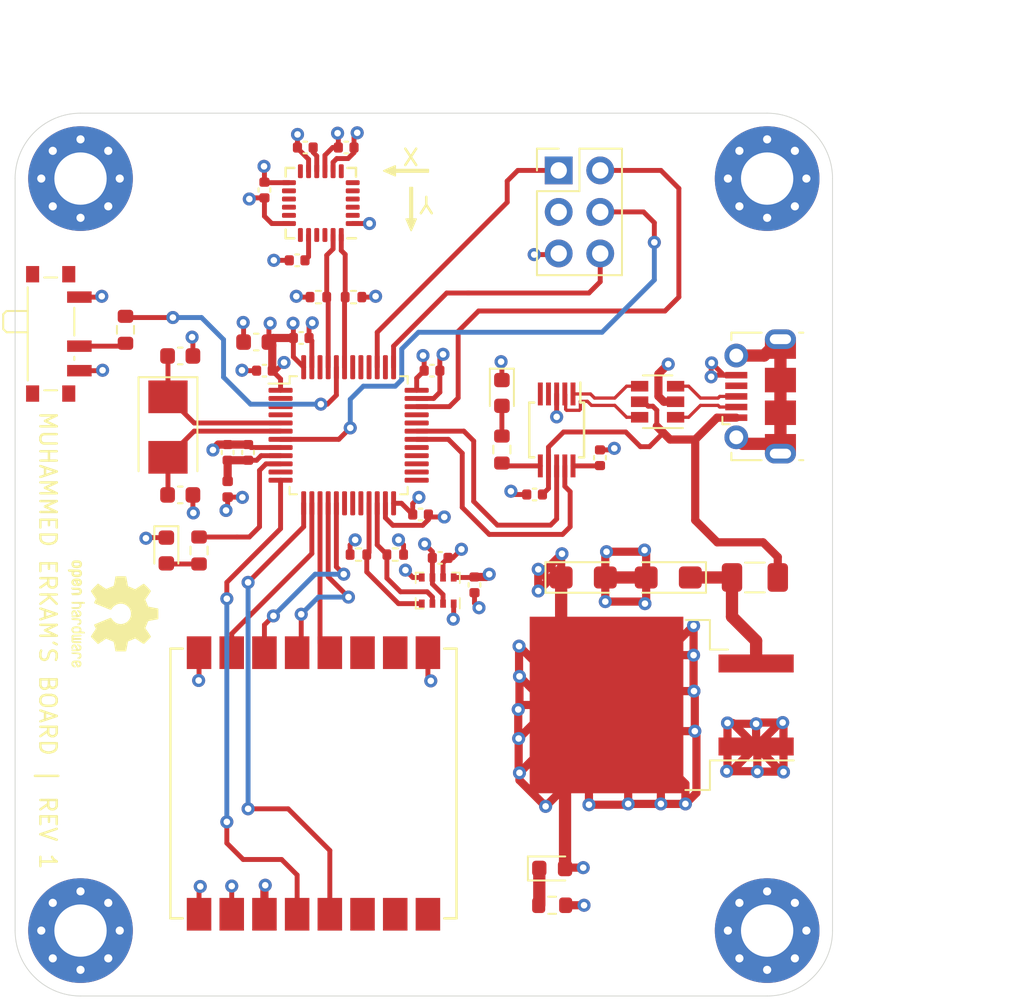
<source format=kicad_pcb>
(kicad_pcb (version 20171130) (host pcbnew "(5.1.9)-1")
  (layers (0 F.Cu signal) (1 In1.Cu power) (2 In2.Cu power) (31 B.Cu signal) (34 B.Paste user) (35 F.Paste user) (36 B.SilkS user) (37 F.SilkS user) (38 B.Mask user) (39 F.Mask user) (44 Edge.Cuts user))
  (net 0 "")
  (net 1 GND)
  (net 2 "Net-(C1-Pad1)")
  (net 3 +3.3VA)
  (net 4 "Net-(C14-Pad1)")
  (net 5 "Net-(C15-Pad1)")
  (net 6 "Net-(C16-Pad1)")
  (net 7 "Net-(C17-Pad1)")
  (net 8 +5V)
  (net 9 "Net-(C19-Pad1)")
  (net 10 "Net-(D1-Pad1)")
  (net 11 "Net-(D2-Pad2)")
  (net 12 "Net-(D3-Pad2)")
  (net 13 "Net-(J1-Pad6)")
  (net 14 USB_CONN_D-)
  (net 15 "Net-(J1-Pad4)")
  (net 16 USB_CONN_D+)
  (net 17 SWO)
  (net 18 SWDIO)
  (net 19 "Net-(J2-Pad3)")
  (net 20 NRST)
  (net 21 SWCLK)
  (net 22 "Net-(R2-Pad1)")
  (net 23 BOOT0)
  (net 24 LED_STATUS)
  (net 25 I2C1_SDA)
  (net 26 I2C1_SCL)
  (net 27 "Net-(R6-Pad1)")
  (net 28 I2C2_SCL)
  (net 29 I2C2_SDA)
  (net 30 USB_D+)
  (net 31 USB_D-)
  (net 32 LORA_NSS_SPI)
  (net 33 SPI1_MOSI)
  (net 34 SP1_MISO)
  (net 35 SP1_SCK)
  (net 36 "Net-(U4-Pad11)")
  (net 37 "Net-(U4-Pad10)")
  (net 38 "Net-(U4-Pad8)")
  (net 39 "Net-(U4-Pad7)")
  (net 40 "Net-(U4-Pad6)")
  (net 41 DIO0_LORA)
  (net 42 NRESET_LORA)
  (net 43 "Net-(U5-Pad6)")
  (net 44 "Net-(U5-Pad7)")
  (net 45 "Net-(U5-Pad12)")
  (net 46 "Net-(U6-Pad2)")
  (net 47 "Net-(U6-Pad3)")
  (net 48 "Net-(U6-Pad4)")
  (net 49 "Net-(U6-Pad11)")
  (net 50 "Net-(U6-Pad18)")
  (net 51 "Net-(U6-Pad19)")
  (net 52 "Net-(U6-Pad20)")
  (net 53 "Net-(U6-Pad25)")
  (net 54 "Net-(U6-Pad26)")
  (net 55 "Net-(U6-Pad27)")
  (net 56 "Net-(U6-Pad28)")
  (net 57 "Net-(U6-Pad29)")
  (net 58 USART1_TX)
  (net 59 USART1_RX)
  (net 60 "Net-(U6-Pad32)")
  (net 61 "Net-(U6-Pad33)")
  (net 62 "Net-(U6-Pad38)")
  (net 63 "Net-(U6-Pad40)")
  (net 64 "Net-(U6-Pad41)")
  (net 65 "Net-(U6-Pad42)")
  (net 66 "Net-(U6-Pad46)")
  (net 67 "Net-(U7-Pad4)")
  (net 68 "Net-(U7-Pad5)")
  (net 69 +3V3)
  (module Symbol:OSHW-Logo2_7.3x6mm_SilkScreen (layer F.Cu) (at 90 121.125 270)
    (fp_text reference REF** hide)
    (fp_text value OSHW-Logo2_7.3x6mm_SilkScreen hide)
  )
  (module Crystal:Crystal_SMD_5032-2Pin_5.0x3.2mm (layer F.Cu) (at 93.35 109.7 270)
    (fp_text reference Y1)
    (fp_text value Crystal)
    (pad 2 smd rect (at 1.85 0 270) (size 2 2.4) (layers F.Cu F.Paste F.Mask) (net 7 "Net-(C17-Pad1)"))
    (pad 1 smd rect (at -1.85 0 270) (size 2 2.4) (layers F.Cu F.Paste F.Mask) (net 6 "Net-(C16-Pad1)"))
  )
  (module Package_SO:MSOP-10_3x3mm_P0.5mm (layer F.Cu) (at 117.125 109.875 270)
    (fp_text reference U7)
    (fp_text value CH340E)
    (pad 1 smd rect (at -2.2 -1 270) (size 1.4 0.3) (layers F.Cu F.Paste F.Mask) (net 30 USB_D+))
    (pad 2 smd rect (at -2.2 -0.5 270) (size 1.4 0.3) (layers F.Cu F.Paste F.Mask) (net 31 USB_D-))
    (pad 3 smd rect (at -2.2 0 270) (size 1.4 0.3) (layers F.Cu F.Paste F.Mask) (net 1 GND))
    (pad 4 smd rect (at -2.2 0.5 270) (size 1.4 0.3) (layers F.Cu F.Paste F.Mask) (net 67 "Net-(U7-Pad4)"))
    (pad 5 smd rect (at -2.2 1 270) (size 1.4 0.3) (layers F.Cu F.Paste F.Mask) (net 68 "Net-(U7-Pad5)"))
    (pad 6 smd rect (at 2.2 1 270) (size 1.4 0.3) (layers F.Cu F.Paste F.Mask) (net 27 "Net-(R6-Pad1)"))
    (pad 7 smd rect (at 2.2 0.5 270) (size 1.4 0.3) (layers F.Cu F.Paste F.Mask) (net 8 +5V))
    (pad 8 smd rect (at 2.2 0 270) (size 1.4 0.3) (layers F.Cu F.Paste F.Mask) (net 59 USART1_RX))
    (pad 9 smd rect (at 2.2 -0.5 270) (size 1.4 0.3) (layers F.Cu F.Paste F.Mask) (net 58 USART1_TX))
    (pad 10 smd rect (at 2.2 -1 270) (size 1.4 0.3) (layers F.Cu F.Paste F.Mask) (net 9 "Net-(C19-Pad1)"))
  )
  (module RF_Module:Ai-Thinker-Ra-02-LoRa (layer F.Cu) (at 102.25 131.5 90)
    (fp_text reference U4)
    (fp_text value Ai-Thinker-Ra-02)
    (pad 16 smd rect (at 8 -7 90) (size 2 1.5) (layers F.Cu F.Paste F.Mask) (net 1 GND))
    (pad 15 smd rect (at 8 -5 90) (size 2 1.5) (layers F.Cu F.Paste F.Mask) (net 32 LORA_NSS_SPI))
    (pad 14 smd rect (at 8 -3 90) (size 2 1.5) (layers F.Cu F.Paste F.Mask) (net 33 SPI1_MOSI))
    (pad 13 smd rect (at 8 -1 90) (size 2 1.5) (layers F.Cu F.Paste F.Mask) (net 34 SP1_MISO))
    (pad 12 smd rect (at 8 1 90) (size 2 1.5) (layers F.Cu F.Paste F.Mask) (net 35 SP1_SCK))
    (pad 11 smd rect (at 8 3 90) (size 2 1.5) (layers F.Cu F.Paste F.Mask) (net 36 "Net-(U4-Pad11)"))
    (pad 10 smd rect (at 8 5 90) (size 2 1.5) (layers F.Cu F.Paste F.Mask) (net 37 "Net-(U4-Pad10)"))
    (pad 9 smd rect (at 8 7 90) (size 2 1.5) (layers F.Cu F.Paste F.Mask) (net 1 GND))
    (pad 8 smd rect (at -8 7 90) (size 2 1.5) (layers F.Cu F.Paste F.Mask) (net 38 "Net-(U4-Pad8)"))
    (pad 7 smd rect (at -8 5 90) (size 2 1.5) (layers F.Cu F.Paste F.Mask) (net 39 "Net-(U4-Pad7)"))
    (pad 6 smd rect (at -8 3 90) (size 2 1.5) (layers F.Cu F.Paste F.Mask) (net 40 "Net-(U4-Pad6)"))
    (pad 5 smd rect (at -8 1 90) (size 2 1.5) (layers F.Cu F.Paste F.Mask) (net 41 DIO0_LORA))
    (pad 4 smd rect (at -8 -1 90) (size 2 1.5) (layers F.Cu F.Paste F.Mask) (net 42 NRESET_LORA))
    (pad 3 smd rect (at -8 -3 90) (size 2 1.5) (layers F.Cu F.Paste F.Mask) (net 69 +3V3))
    (pad 2 smd rect (at -8 -5 90) (size 2 1.5) (layers F.Cu F.Paste F.Mask) (net 1 GND))
    (pad 1 smd rect (at -8 -7 90) (size 2 1.5) (layers F.Cu F.Paste F.Mask) (net 1 GND))
  )
  (module MountingHole:MountingHole_3.2mm_M3_Pad_Via (layer F.Cu) (at 88 94.5)
    (fp_text reference H4)
    (fp_text value MountingHole_Pad)
    (pad 1 thru_hole circle (at 1.697056 -1.697056) (size 0.8 0.8) (drill 0.5) (layers *.Cu *.Mask) (net 1 GND))
    (pad 1 thru_hole circle (at 0 -2.4) (size 0.8 0.8) (drill 0.5) (layers *.Cu *.Mask) (net 1 GND))
    (pad 1 thru_hole circle (at -1.697056 -1.697056) (size 0.8 0.8) (drill 0.5) (layers *.Cu *.Mask) (net 1 GND))
    (pad 1 thru_hole circle (at -2.4 0) (size 0.8 0.8) (drill 0.5) (layers *.Cu *.Mask) (net 1 GND))
    (pad 1 thru_hole circle (at -1.697056 1.697056) (size 0.8 0.8) (drill 0.5) (layers *.Cu *.Mask) (net 1 GND))
    (pad 1 thru_hole circle (at 0 2.4) (size 0.8 0.8) (drill 0.5) (layers *.Cu *.Mask) (net 1 GND))
    (pad 1 thru_hole circle (at 1.697056 1.697056) (size 0.8 0.8) (drill 0.5) (layers *.Cu *.Mask) (net 1 GND))
    (pad 1 thru_hole circle (at 2.4 0) (size 0.8 0.8) (drill 0.5) (layers *.Cu *.Mask) (net 1 GND))
    (pad 1 thru_hole circle (at 0 0) (size 6.4 6.4) (drill 3.2) (layers *.Cu *.Mask) (net 1 GND))
  )
  (module MountingHole:MountingHole_3.2mm_M3_Pad_Via (layer F.Cu) (at 88 140.5)
    (fp_text reference H3)
    (fp_text value MountingHole_Pad)
    (pad 1 thru_hole circle (at 1.697056 -1.697056) (size 0.8 0.8) (drill 0.5) (layers *.Cu *.Mask) (net 1 GND))
    (pad 1 thru_hole circle (at 0 -2.4) (size 0.8 0.8) (drill 0.5) (layers *.Cu *.Mask) (net 1 GND))
    (pad 1 thru_hole circle (at -1.697056 -1.697056) (size 0.8 0.8) (drill 0.5) (layers *.Cu *.Mask) (net 1 GND))
    (pad 1 thru_hole circle (at -2.4 0) (size 0.8 0.8) (drill 0.5) (layers *.Cu *.Mask) (net 1 GND))
    (pad 1 thru_hole circle (at -1.697056 1.697056) (size 0.8 0.8) (drill 0.5) (layers *.Cu *.Mask) (net 1 GND))
    (pad 1 thru_hole circle (at 0 2.4) (size 0.8 0.8) (drill 0.5) (layers *.Cu *.Mask) (net 1 GND))
    (pad 1 thru_hole circle (at 1.697056 1.697056) (size 0.8 0.8) (drill 0.5) (layers *.Cu *.Mask) (net 1 GND))
    (pad 1 thru_hole circle (at 2.4 0) (size 0.8 0.8) (drill 0.5) (layers *.Cu *.Mask) (net 1 GND))
    (pad 1 thru_hole circle (at 0 0) (size 6.4 6.4) (drill 3.2) (layers *.Cu *.Mask) (net 1 GND))
  )
  (module MountingHole:MountingHole_3.2mm_M3_Pad_Via (layer F.Cu) (at 130 140.5)
    (fp_text reference H2)
    (fp_text value MountingHole_Pad)
    (pad 1 thru_hole circle (at 1.697056 -1.697056) (size 0.8 0.8) (drill 0.5) (layers *.Cu *.Mask) (net 1 GND))
    (pad 1 thru_hole circle (at 0 -2.4) (size 0.8 0.8) (drill 0.5) (layers *.Cu *.Mask) (net 1 GND))
    (pad 1 thru_hole circle (at -1.697056 -1.697056) (size 0.8 0.8) (drill 0.5) (layers *.Cu *.Mask) (net 1 GND))
    (pad 1 thru_hole circle (at -2.4 0) (size 0.8 0.8) (drill 0.5) (layers *.Cu *.Mask) (net 1 GND))
    (pad 1 thru_hole circle (at -1.697056 1.697056) (size 0.8 0.8) (drill 0.5) (layers *.Cu *.Mask) (net 1 GND))
    (pad 1 thru_hole circle (at 0 2.4) (size 0.8 0.8) (drill 0.5) (layers *.Cu *.Mask) (net 1 GND))
    (pad 1 thru_hole circle (at 1.697056 1.697056) (size 0.8 0.8) (drill 0.5) (layers *.Cu *.Mask) (net 1 GND))
    (pad 1 thru_hole circle (at 2.4 0) (size 0.8 0.8) (drill 0.5) (layers *.Cu *.Mask) (net 1 GND))
    (pad 1 thru_hole circle (at 0 0) (size 6.4 6.4) (drill 3.2) (layers *.Cu *.Mask) (net 1 GND))
  )
  (module MountingHole:MountingHole_3.2mm_M3_Pad_Via (layer F.Cu) (at 130 94.5)
    (fp_text reference H1)
    (fp_text value MountingHole_Pad)
    (pad 1 thru_hole circle (at 1.697056 -1.697056) (size 0.8 0.8) (drill 0.5) (layers *.Cu *.Mask) (net 1 GND))
    (pad 1 thru_hole circle (at 0 -2.4) (size 0.8 0.8) (drill 0.5) (layers *.Cu *.Mask) (net 1 GND))
    (pad 1 thru_hole circle (at -1.697056 -1.697056) (size 0.8 0.8) (drill 0.5) (layers *.Cu *.Mask) (net 1 GND))
    (pad 1 thru_hole circle (at -2.4 0) (size 0.8 0.8) (drill 0.5) (layers *.Cu *.Mask) (net 1 GND))
    (pad 1 thru_hole circle (at -1.697056 1.697056) (size 0.8 0.8) (drill 0.5) (layers *.Cu *.Mask) (net 1 GND))
    (pad 1 thru_hole circle (at 0 2.4) (size 0.8 0.8) (drill 0.5) (layers *.Cu *.Mask) (net 1 GND))
    (pad 1 thru_hole circle (at 1.697056 1.697056) (size 0.8 0.8) (drill 0.5) (layers *.Cu *.Mask) (net 1 GND))
    (pad 1 thru_hole circle (at 2.4 0) (size 0.8 0.8) (drill 0.5) (layers *.Cu *.Mask) (net 1 GND))
    (pad 1 thru_hole circle (at 0 0) (size 6.4 6.4) (drill 3.2) (layers *.Cu *.Mask) (net 1 GND))
  )
  (module Capacitor_SMD:C_0402_1005Metric (layer F.Cu) (at 97 111.25 90)
    (fp_text reference C9)
    (fp_text value 10u)
    (pad 2 smd roundrect (at 0.48 0 90) (size 0.56 0.62) (layers F.Cu F.Paste F.Mask) (net 1 GND))
    (pad 1 smd roundrect (at -0.48 0 90) (size 0.56 0.62) (layers F.Cu F.Paste F.Mask) (net 3 +3.3VA))
  )
  (module Capacitor_SMD:C_0402_1005Metric (layer F.Cu) (at 98.25 111.25 90)
    (fp_text reference C8)
    (fp_text value 1u)
    (pad 2 smd roundrect (at 0.48 0 90) (size 0.56 0.62) (layers F.Cu F.Paste F.Mask) (net 1 GND))
    (pad 1 smd roundrect (at -0.48 0 90) (size 0.56 0.62) (layers F.Cu F.Paste F.Mask) (net 3 +3.3VA))
  )
  (module Capacitor_SMD:C_0402_1005Metric (layer F.Cu) (at 101.25 99.5 180)
    (fp_text reference C15)
    (fp_text value 2n2)
    (pad 2 smd roundrect (at 0.48 0 180) (size 0.56 0.62) (layers F.Cu F.Paste F.Mask) (net 1 GND))
    (pad 1 smd roundrect (at -0.48 0 180) (size 0.56 0.62) (layers F.Cu F.Paste F.Mask) (net 5 "Net-(C15-Pad1)"))
  )
  (module Capacitor_SMD:C_0402_1005Metric (layer F.Cu) (at 99.25 95.2 270)
    (fp_text reference C11)
    (fp_text value 100n)
    (pad 2 smd roundrect (at 0.48 0 270) (size 0.56 0.62) (layers F.Cu F.Paste F.Mask) (net 1 GND))
    (pad 1 smd roundrect (at -0.48 0 270) (size 0.56 0.62) (layers F.Cu F.Paste F.Mask) (net 69 +3V3))
  )
  (module Capacitor_SMD:C_0402_1005Metric (layer F.Cu) (at 104.25 92.6 180)
    (fp_text reference C10)
    (fp_text value 10n)
    (pad 2 smd roundrect (at 0.48 0 180) (size 0.56 0.62) (layers F.Cu F.Paste F.Mask) (net 1 GND))
    (pad 1 smd roundrect (at -0.48 0 180) (size 0.56 0.62) (layers F.Cu F.Paste F.Mask) (net 69 +3V3))
  )
  (module Capacitor_Tantalum_SMD:CP_EIA-3216-18_Kemet-A (layer F.Cu) (at 118.75 118.9)
    (fp_text reference C2)
    (fp_text value 10u)
    (pad 2 smd roundrect (at 1.35 0) (size 1.4 1.35) (layers F.Cu F.Paste F.Mask) (roundrect_rratio 0.1851844444444445) (net 1 GND))
    (pad 1 smd roundrect (at -1.35 0) (size 1.4 1.35) (layers F.Cu F.Paste F.Mask) (roundrect_rratio 0.1851844444444445) (net 69 +3V3))
  )
  (module Capacitor_Tantalum_SMD:CP_EIA-3216-18_Kemet-A (layer F.Cu) (at 123.95 118.9 180)
    (fp_text reference C1)
    (fp_text value 10u)
    (pad 2 smd roundrect (at 1.35 0 180) (size 1.4 1.35) (layers F.Cu F.Paste F.Mask) (roundrect_rratio 0.1851844444444445) (net 1 GND))
    (pad 1 smd roundrect (at -1.35 0 180) (size 1.4 1.35) (layers F.Cu F.Paste F.Mask) (roundrect_rratio 0.1851844444444445) (net 2 "Net-(C1-Pad1)"))
  )
  (module Capacitor_SMD:C_0603_1608Metric (layer F.Cu) (at 98.75 104.5 180)
    (fp_text reference C3)
    (fp_text value 4u7)
    (pad 1 smd roundrect (at -0.775 0 180) (size 0.9 0.95) (layers F.Cu F.Paste F.Mask) (net 69 +3V3))
    (pad 2 smd roundrect (at 0.775 0 180) (size 0.9 0.95) (layers F.Cu F.Paste F.Mask) (net 1 GND))
  )
  (module Capacitor_SMD:C_0402_1005Metric (layer F.Cu) (at 99.25 106.25 180)
    (fp_text reference C4)
    (fp_text value 100n)
    (pad 2 smd roundrect (at 0.48 0 180) (size 0.56 0.62) (layers F.Cu F.Paste F.Mask) (net 1 GND))
    (pad 1 smd roundrect (at -0.48 0 180) (size 0.56 0.62) (layers F.Cu F.Paste F.Mask) (net 69 +3V3))
  )
  (module Capacitor_SMD:C_0402_1005Metric (layer F.Cu) (at 108.8 115.05)
    (fp_text reference C5)
    (fp_text value 100n)
    (pad 1 smd roundrect (at -0.48 0) (size 0.56 0.62) (layers F.Cu F.Paste F.Mask) (net 69 +3V3))
    (pad 2 smd roundrect (at 0.48 0) (size 0.56 0.62) (layers F.Cu F.Paste F.Mask) (net 1 GND))
  )
  (module Capacitor_SMD:C_0402_1005Metric (layer F.Cu) (at 109.5 106.25)
    (fp_text reference C6)
    (fp_text value 100n)
    (pad 2 smd roundrect (at 0.48 0) (size 0.56 0.62) (layers F.Cu F.Paste F.Mask) (net 1 GND))
    (pad 1 smd roundrect (at -0.48 0) (size 0.56 0.62) (layers F.Cu F.Paste F.Mask) (net 69 +3V3))
  )
  (module Capacitor_SMD:C_0402_1005Metric (layer F.Cu) (at 101.5 104.25)
    (fp_text reference C7)
    (fp_text value 100n)
    (pad 1 smd roundrect (at -0.48 0) (size 0.56 0.62) (layers F.Cu F.Paste F.Mask) (net 69 +3V3))
    (pad 2 smd roundrect (at 0.48 0) (size 0.56 0.62) (layers F.Cu F.Paste F.Mask) (net 1 GND))
  )
  (module Capacitor_SMD:C_0402_1005Metric (layer F.Cu) (at 110 117.7)
    (fp_text reference C12)
    (fp_text value 100n)
    (pad 1 smd roundrect (at -0.48 0) (size 0.56 0.62) (layers F.Cu F.Paste F.Mask) (net 69 +3V3))
    (pad 2 smd roundrect (at 0.48 0) (size 0.56 0.62) (layers F.Cu F.Paste F.Mask) (net 1 GND))
  )
  (module Capacitor_SMD:C_0402_1005Metric (layer F.Cu) (at 112.1 119.35 270)
    (fp_text reference C13)
    (fp_text value 100n)
    (pad 2 smd roundrect (at 0.48 0 270) (size 0.56 0.62) (layers F.Cu F.Paste F.Mask) (net 1 GND))
    (pad 1 smd roundrect (at -0.48 0 270) (size 0.56 0.62) (layers F.Cu F.Paste F.Mask) (net 69 +3V3))
  )
  (module Capacitor_SMD:C_0402_1005Metric (layer F.Cu) (at 101.75 92.6 180)
    (fp_text reference C14)
    (fp_text value 100n)
    (pad 1 smd roundrect (at -0.48 0 180) (size 0.56 0.62) (layers F.Cu F.Paste F.Mask) (net 4 "Net-(C14-Pad1)"))
    (pad 2 smd roundrect (at 0.48 0 180) (size 0.56 0.62) (layers F.Cu F.Paste F.Mask) (net 1 GND))
  )
  (module Capacitor_SMD:C_0603_1608Metric (layer F.Cu) (at 94.1 105.35)
    (fp_text reference C16)
    (fp_text value 30p)
    (pad 2 smd roundrect (at 0.775 0) (size 0.9 0.95) (layers F.Cu F.Paste F.Mask) (net 1 GND))
    (pad 1 smd roundrect (at -0.775 0) (size 0.9 0.95) (layers F.Cu F.Paste F.Mask) (net 6 "Net-(C16-Pad1)"))
  )
  (module Capacitor_SMD:C_0603_1608Metric (layer F.Cu) (at 94.1 113.85)
    (fp_text reference C17)
    (fp_text value 30p)
    (pad 1 smd roundrect (at -0.775 0) (size 0.9 0.95) (layers F.Cu F.Paste F.Mask) (net 7 "Net-(C17-Pad1)"))
    (pad 2 smd roundrect (at 0.775 0) (size 0.9 0.95) (layers F.Cu F.Paste F.Mask) (net 1 GND))
  )
  (module Capacitor_SMD:C_0402_1005Metric (layer F.Cu) (at 115.775 113.825 180)
    (fp_text reference C18)
    (fp_text value 100n)
    (pad 1 smd roundrect (at -0.48 0 180) (size 0.56 0.62) (layers F.Cu F.Paste F.Mask) (net 8 +5V))
    (pad 2 smd roundrect (at 0.48 0 180) (size 0.56 0.62) (layers F.Cu F.Paste F.Mask) (net 1 GND))
  )
  (module Capacitor_SMD:C_0402_1005Metric (layer F.Cu) (at 119.775 111.575 90)
    (fp_text reference C19)
    (fp_text value 100n)
    (pad 2 smd roundrect (at 0.48 0 90) (size 0.56 0.62) (layers F.Cu F.Paste F.Mask) (net 1 GND))
    (pad 1 smd roundrect (at -0.48 0 90) (size 0.56 0.62) (layers F.Cu F.Paste F.Mask) (net 9 "Net-(C19-Pad1)"))
  )
  (module LED_SMD:LED_0603_1608Metric (layer F.Cu) (at 116.85 136.7)
    (fp_text reference D1)
    (fp_text value RED)
    (pad 2 smd roundrect (at 0.7875 0) (size 0.875 0.95) (layers F.Cu F.Paste F.Mask) (net 69 +3V3))
    (pad 1 smd roundrect (at -0.7875 0) (size 0.875 0.95) (layers F.Cu F.Paste F.Mask) (net 10 "Net-(D1-Pad1)"))
  )
  (module LED_SMD:LED_0603_1608Metric (layer F.Cu) (at 93.25 117.25 270)
    (fp_text reference D2)
    (fp_text value BLUE)
    (pad 1 smd roundrect (at -0.7875 0 270) (size 0.875 0.95) (layers F.Cu F.Paste F.Mask) (net 1 GND))
    (pad 2 smd roundrect (at 0.7875 0 270) (size 0.875 0.95) (layers F.Cu F.Paste F.Mask) (net 11 "Net-(D2-Pad2)"))
  )
  (module LED_SMD:LED_0603_1608Metric (layer F.Cu) (at 113.775 107.6125 270)
    (fp_text reference D3)
    (fp_text value RED)
    (pad 1 smd roundrect (at -0.7875 0 270) (size 0.875 0.95) (layers F.Cu F.Paste F.Mask) (net 1 GND))
    (pad 2 smd roundrect (at 0.7875 0 270) (size 0.875 0.95) (layers F.Cu F.Paste F.Mask) (net 12 "Net-(D3-Pad2)"))
  )
  (module Fuse:Fuse_1206_3216Metric (layer F.Cu) (at 129.25 118.9)
    (fp_text reference F1)
    (fp_text value JK-nSMD150-SF)
    (pad 1 smd roundrect (at -1.4 0) (size 1.25 1.75) (layers F.Cu F.Paste F.Mask) (roundrect_rratio 0.2) (net 2 "Net-(C1-Pad1)"))
    (pad 2 smd roundrect (at 1.4 0) (size 1.25 1.75) (layers F.Cu F.Paste F.Mask) (roundrect_rratio 0.2) (net 8 +5V))
  )
  (module Connector_USB:USB_Micro-B_Molex-105017-0001 (layer F.Cu) (at 129.575 107.825 90)
    (fp_text reference J1)
    (fp_text value USB_B_Micro)
    (pad 6 smd rect (at 1 1.2375 90) (size 1.5 1.9) (layers F.Cu F.Paste F.Mask) (net 13 "Net-(J1-Pad6)"))
    (pad 6 thru_hole circle (at -2.5 -1.4625 90) (size 1.45 1.45) (drill 0.85) (layers *.Cu *.Mask) (net 13 "Net-(J1-Pad6)"))
    (pad 2 smd rect (at -0.65 -1.4625 90) (size 0.4 1.35) (layers F.Cu F.Paste F.Mask) (net 14 USB_CONN_D-))
    (pad 1 smd rect (at -1.3 -1.4625 90) (size 0.4 1.35) (layers F.Cu F.Paste F.Mask) (net 8 +5V))
    (pad 5 smd rect (at 1.3 -1.4625 90) (size 0.4 1.35) (layers F.Cu F.Paste F.Mask) (net 1 GND))
    (pad 4 smd rect (at 0.65 -1.4625 90) (size 0.4 1.35) (layers F.Cu F.Paste F.Mask) (net 15 "Net-(J1-Pad4)"))
    (pad 3 smd rect (at 0 -1.4625 90) (size 0.4 1.35) (layers F.Cu F.Paste F.Mask) (net 16 USB_CONN_D+))
    (pad 6 thru_hole circle (at 2.5 -1.4625 90) (size 1.45 1.45) (drill 0.85) (layers *.Cu *.Mask) (net 13 "Net-(J1-Pad6)"))
    (pad 6 smd rect (at -1 1.2375 90) (size 1.5 1.9) (layers F.Cu F.Paste F.Mask) (net 13 "Net-(J1-Pad6)"))
    (pad 6 thru_hole oval (at -3.5 1.2375 270) (size 1.2 1.9) (drill oval 0.6 1.3) (layers *.Cu *.Mask) (net 13 "Net-(J1-Pad6)"))
    (pad 6 thru_hole oval (at 3.5 1.2375 90) (size 1.2 1.9) (drill oval 0.6 1.3) (layers *.Cu *.Mask) (net 13 "Net-(J1-Pad6)"))
    (pad 6 smd rect (at 2.9 1.2375 90) (size 1.2 1.9) (layers F.Cu F.Mask) (net 13 "Net-(J1-Pad6)"))
    (pad 6 smd rect (at -2.9 1.2375 90) (size 1.2 1.9) (layers F.Cu F.Mask) (net 13 "Net-(J1-Pad6)"))
  )
  (module Connector_PinHeader_2.54mm:PinHeader_2x03_P2.54mm_Vertical (layer F.Cu) (at 117.25 94)
    (fp_text reference J2)
    (fp_text value Conn_02x03_Odd_Even)
    (pad 1 thru_hole rect (at 0 0) (size 1.7 1.7) (drill 1) (layers *.Cu *.Mask) (net 17 SWO))
    (pad 2 thru_hole oval (at 2.54 0) (size 1.7 1.7) (drill 1) (layers *.Cu *.Mask) (net 18 SWDIO))
    (pad 3 thru_hole oval (at 0 2.54) (size 1.7 1.7) (drill 1) (layers *.Cu *.Mask) (net 19 "Net-(J2-Pad3)"))
    (pad 4 thru_hole oval (at 2.54 2.54) (size 1.7 1.7) (drill 1) (layers *.Cu *.Mask) (net 20 NRST))
    (pad 5 thru_hole oval (at 0 5.08) (size 1.7 1.7) (drill 1) (layers *.Cu *.Mask) (net 1 GND))
    (pad 6 thru_hole oval (at 2.54 5.08) (size 1.7 1.7) (drill 1) (layers *.Cu *.Mask) (net 21 SWCLK))
  )
  (module Inductor_SMD:L_0402_1005Metric (layer F.Cu) (at 97 113.5 90)
    (fp_text reference L1)
    (fp_text value 27n)
    (pad 1 smd roundrect (at -0.485 0 90) (size 0.59 0.64) (layers F.Cu F.Paste F.Mask) (net 69 +3V3))
    (pad 2 smd roundrect (at 0.485 0 90) (size 0.59 0.64) (layers F.Cu F.Paste F.Mask) (net 3 +3.3VA))
  )
  (module Resistor_SMD:R_0603_1608Metric (layer F.Cu) (at 116.85 138.95)
    (fp_text reference R1)
    (fp_text value 1k)
    (pad 2 smd roundrect (at 0.825 0) (size 0.8 0.95) (layers F.Cu F.Paste F.Mask) (net 1 GND))
    (pad 1 smd roundrect (at -0.825 0) (size 0.8 0.95) (layers F.Cu F.Paste F.Mask) (net 10 "Net-(D1-Pad1)"))
  )
  (module Resistor_SMD:R_0603_1608Metric (layer F.Cu) (at 90.75 103.75 90)
    (fp_text reference R2)
    (fp_text value 10k)
    (pad 1 smd roundrect (at -0.825 0 90) (size 0.8 0.95) (layers F.Cu F.Paste F.Mask) (net 22 "Net-(R2-Pad1)"))
    (pad 2 smd roundrect (at 0.825 0 90) (size 0.8 0.95) (layers F.Cu F.Paste F.Mask) (net 23 BOOT0))
  )
  (module Resistor_SMD:R_0603_1608Metric (layer F.Cu) (at 95.25 117.25 270)
    (fp_text reference R3)
    (fp_text value 1.5k)
    (pad 1 smd roundrect (at -0.825 0 270) (size 0.8 0.95) (layers F.Cu F.Paste F.Mask) (net 24 LED_STATUS))
    (pad 2 smd roundrect (at 0.825 0 270) (size 0.8 0.95) (layers F.Cu F.Paste F.Mask) (net 11 "Net-(D2-Pad2)"))
  )
  (module Resistor_SMD:R_0402_1005Metric (layer F.Cu) (at 104.7 101.75 180)
    (fp_text reference R4)
    (fp_text value 2k2)
    (pad 2 smd roundrect (at 0.51 0 180) (size 0.54 0.64) (layers F.Cu F.Paste F.Mask) (net 25 I2C1_SDA))
    (pad 1 smd roundrect (at -0.51 0 180) (size 0.54 0.64) (layers F.Cu F.Paste F.Mask) (net 69 +3V3))
  )
  (module Resistor_SMD:R_0402_1005Metric (layer F.Cu) (at 102.55 101.75)
    (fp_text reference R5)
    (fp_text value 2k2)
    (pad 1 smd roundrect (at -0.51 0) (size 0.54 0.64) (layers F.Cu F.Paste F.Mask) (net 69 +3V3))
    (pad 2 smd roundrect (at 0.51 0) (size 0.54 0.64) (layers F.Cu F.Paste F.Mask) (net 26 I2C1_SCL))
  )
  (module Resistor_SMD:R_0603_1608Metric (layer F.Cu) (at 113.775 111.075 90)
    (fp_text reference R6)
    (fp_text value 1k)
    (pad 2 smd roundrect (at 0.825 0 90) (size 0.8 0.95) (layers F.Cu F.Paste F.Mask) (net 12 "Net-(D3-Pad2)"))
    (pad 1 smd roundrect (at -0.825 0 90) (size 0.8 0.95) (layers F.Cu F.Paste F.Mask) (net 27 "Net-(R6-Pad1)"))
  )
  (module Resistor_SMD:R_0402_1005Metric (layer F.Cu) (at 105 117.5)
    (fp_text reference R7)
    (fp_text value 2k2)
    (pad 2 smd roundrect (at 0.51 0) (size 0.54 0.64) (layers F.Cu F.Paste F.Mask) (net 28 I2C2_SCL))
    (pad 1 smd roundrect (at -0.51 0) (size 0.54 0.64) (layers F.Cu F.Paste F.Mask) (net 69 +3V3))
  )
  (module Resistor_SMD:R_0402_1005Metric (layer F.Cu) (at 107.25 117.5 180)
    (fp_text reference R8)
    (fp_text value 2k2)
    (pad 1 smd roundrect (at -0.51 0 180) (size 0.54 0.64) (layers F.Cu F.Paste F.Mask) (net 69 +3V3))
    (pad 2 smd roundrect (at 0.51 0 180) (size 0.54 0.64) (layers F.Cu F.Paste F.Mask) (net 29 I2C2_SDA))
  )
  (module Button_Switch_SMD:SW_SPDT_PCM12 (layer F.Cu) (at 86.5 104 270)
    (fp_text reference SW1)
    (fp_text value SW_SPDT)
    (pad "" np_thru_hole circle (at -1.5 0.33 270) (size 0.9 0.9) (drill 0.9) (layers *.Cu *.Mask))
    (pad "" np_thru_hole circle (at 1.5 0.33 270) (size 0.9 0.9) (drill 0.9) (layers *.Cu *.Mask))
    (pad 1 smd rect (at -2.25 -1.43 270) (size 0.7 1.5) (layers F.Cu F.Paste F.Mask) (net 69 +3V3))
    (pad 2 smd rect (at 0.75 -1.43 270) (size 0.7 1.5) (layers F.Cu F.Paste F.Mask) (net 22 "Net-(R2-Pad1)"))
    (pad 3 smd rect (at 2.25 -1.43 270) (size 0.7 1.5) (layers F.Cu F.Paste F.Mask) (net 1 GND))
    (pad "" smd rect (at -3.65 1.43 270) (size 1 0.8) (layers F.Cu F.Paste F.Mask))
    (pad "" smd rect (at 3.65 1.43 270) (size 1 0.8) (layers F.Cu F.Paste F.Mask))
    (pad "" smd rect (at 3.65 -0.78 270) (size 1 0.8) (layers F.Cu F.Paste F.Mask))
    (pad "" smd rect (at -3.65 -0.78 270) (size 1 0.8) (layers F.Cu F.Paste F.Mask))
  )
  (module Package_TO_SOT_SMD:TO-263-2 (layer F.Cu) (at 123.55 126.7 180)
    (fp_text reference U1)
    (fp_text value LD1086D2T33TR)
    (pad 1 smd rect (at -5.775 -2.54 180) (size 4.6 1.1) (layers F.Cu F.Paste F.Mask) (net 1 GND))
    (pad 3 smd rect (at -5.775 2.54 180) (size 4.6 1.1) (layers F.Cu F.Paste F.Mask) (net 2 "Net-(C1-Pad1)"))
    (pad 2 smd rect (at 3.375 0 180) (size 9.4 10.8) (layers F.Cu F.Mask) (net 69 +3V3))
  )
  (module Package_TO_SOT_SMD:SOT-23-6 (layer F.Cu) (at 123.3 108.15 180)
    (fp_text reference U2)
    (fp_text value USBLC6-2SC6)
    (pad 1 smd rect (at -1.1 -0.95 180) (size 1.06 0.65) (layers F.Cu F.Paste F.Mask) (net 14 USB_CONN_D-))
    (pad 2 smd rect (at -1.1 0 180) (size 1.06 0.65) (layers F.Cu F.Paste F.Mask) (net 1 GND))
    (pad 3 smd rect (at -1.1 0.95 180) (size 1.06 0.65) (layers F.Cu F.Paste F.Mask) (net 16 USB_CONN_D+))
    (pad 4 smd rect (at 1.1 0.95 180) (size 1.06 0.65) (layers F.Cu F.Paste F.Mask) (net 30 USB_D+))
    (pad 6 smd rect (at 1.1 -0.95 180) (size 1.06 0.65) (layers F.Cu F.Paste F.Mask) (net 31 USB_D-))
    (pad 5 smd rect (at 1.1 0 180) (size 1.06 0.65) (layers F.Cu F.Paste F.Mask) (net 8 +5V))
  )
  (module Package_LGA:Bosch_LGA-8_2x2.5mm_P0.65mm_ClockwisePinNumbering (layer F.Cu) (at 109.85 119.7 180)
    (fp_text reference U3)
    (fp_text value BMP280)
    (pad 1 smd rect (at -0.975 -0.8 270) (size 0.5 0.35) (layers F.Cu F.Paste F.Mask) (net 1 GND))
    (pad 5 smd rect (at 0.975 0.8 270) (size 0.5 0.35) (layers F.Cu F.Paste F.Mask) (net 1 GND))
    (pad 6 smd rect (at 0.325 0.8 270) (size 0.5 0.35) (layers F.Cu F.Paste F.Mask) (net 69 +3V3))
    (pad 7 smd rect (at -0.325 0.8 270) (size 0.5 0.35) (layers F.Cu F.Paste F.Mask) (net 1 GND))
    (pad 4 smd rect (at 0.975 -0.8 270) (size 0.5 0.35) (layers F.Cu F.Paste F.Mask) (net 28 I2C2_SCL))
    (pad 3 smd rect (at 0.325 -0.8 270) (size 0.5 0.35) (layers F.Cu F.Paste F.Mask) (net 29 I2C2_SDA))
    (pad 2 smd rect (at -0.325 -0.8 270) (size 0.5 0.35) (layers F.Cu F.Paste F.Mask) (net 69 +3V3))
    (pad 8 smd rect (at -0.975 0.8 270) (size 0.5 0.35) (layers F.Cu F.Paste F.Mask) (net 69 +3V3))
  )
  (module Sensor_Motion:InvenSense_QFN-24_4x4mm_P0.5mm (layer F.Cu) (at 102.7 96 180)
    (fp_text reference U5)
    (fp_text value MPU-6050)
    (pad 1 smd roundrect (at -1.95 -1.25 180) (size 0.85 0.3) (layers F.Cu F.Paste F.Mask) (net 1 GND))
    (pad 2 smd roundrect (at -1.95 -0.75 180) (size 0.85 0.3) (layers F.Cu F.Paste F.Mask))
    (pad 3 smd roundrect (at -1.95 -0.25 180) (size 0.85 0.3) (layers F.Cu F.Paste F.Mask))
    (pad 4 smd roundrect (at -1.95 0.25 180) (size 0.85 0.3) (layers F.Cu F.Paste F.Mask))
    (pad 5 smd roundrect (at -1.95 0.75 180) (size 0.85 0.3) (layers F.Cu F.Paste F.Mask))
    (pad 6 smd roundrect (at -1.95 1.25 180) (size 0.85 0.3) (layers F.Cu F.Paste F.Mask) (net 43 "Net-(U5-Pad6)"))
    (pad 7 smd roundrect (at -1.25 1.95 270) (size 0.85 0.3) (layers F.Cu F.Paste F.Mask) (net 44 "Net-(U5-Pad7)"))
    (pad 8 smd roundrect (at -0.75 1.95 270) (size 0.85 0.3) (layers F.Cu F.Paste F.Mask) (net 69 +3V3))
    (pad 9 smd roundrect (at -0.25 1.95 270) (size 0.85 0.3) (layers F.Cu F.Paste F.Mask) (net 1 GND))
    (pad 10 smd roundrect (at 0.25 1.95 270) (size 0.85 0.3) (layers F.Cu F.Paste F.Mask) (net 4 "Net-(C14-Pad1)"))
    (pad 11 smd roundrect (at 0.75 1.95 270) (size 0.85 0.3) (layers F.Cu F.Paste F.Mask) (net 1 GND))
    (pad 12 smd roundrect (at 1.25 1.95 270) (size 0.85 0.3) (layers F.Cu F.Paste F.Mask) (net 45 "Net-(U5-Pad12)"))
    (pad 13 smd roundrect (at 1.95 1.25 180) (size 0.85 0.3) (layers F.Cu F.Paste F.Mask) (net 69 +3V3))
    (pad 14 smd roundrect (at 1.95 0.75 180) (size 0.85 0.3) (layers F.Cu F.Paste F.Mask))
    (pad 15 smd roundrect (at 1.95 0.25 180) (size 0.85 0.3) (layers F.Cu F.Paste F.Mask))
    (pad 16 smd roundrect (at 1.95 -0.25 180) (size 0.85 0.3) (layers F.Cu F.Paste F.Mask))
    (pad 17 smd roundrect (at 1.95 -0.75 180) (size 0.85 0.3) (layers F.Cu F.Paste F.Mask))
    (pad 18 smd roundrect (at 1.95 -1.25 180) (size 0.85 0.3) (layers F.Cu F.Paste F.Mask) (net 1 GND))
    (pad 19 smd roundrect (at 1.25 -1.95 270) (size 0.85 0.3) (layers F.Cu F.Paste F.Mask))
    (pad 20 smd roundrect (at 0.75 -1.95 270) (size 0.85 0.3) (layers F.Cu F.Paste F.Mask) (net 5 "Net-(C15-Pad1)"))
    (pad 21 smd roundrect (at 0.25 -1.95 270) (size 0.85 0.3) (layers F.Cu F.Paste F.Mask))
    (pad 22 smd roundrect (at -0.25 -1.95 270) (size 0.85 0.3) (layers F.Cu F.Paste F.Mask))
    (pad 23 smd roundrect (at -0.75 -1.95 270) (size 0.85 0.3) (layers F.Cu F.Paste F.Mask) (net 26 I2C1_SCL))
    (pad 24 smd roundrect (at -1.25 -1.95 270) (size 0.85 0.3) (layers F.Cu F.Paste F.Mask) (net 25 I2C1_SDA))
  )
  (module Package_QFP:LQFP-48_7x7mm_P0.5mm (layer F.Cu) (at 104.4 110.2)
    (fp_text reference U6)
    (fp_text value STM32F103C8Tx)
    (pad 1 smd roundrect (at -4.1625 -2.75) (size 1.475 0.3) (layers F.Cu F.Paste F.Mask) (net 69 +3V3))
    (pad 2 smd roundrect (at -4.1625 -2.25) (size 1.475 0.3) (layers F.Cu F.Paste F.Mask) (net 46 "Net-(U6-Pad2)"))
    (pad 3 smd roundrect (at -4.1625 -1.75) (size 1.475 0.3) (layers F.Cu F.Paste F.Mask) (net 47 "Net-(U6-Pad3)"))
    (pad 4 smd roundrect (at -4.1625 -1.25) (size 1.475 0.3) (layers F.Cu F.Paste F.Mask) (net 48 "Net-(U6-Pad4)"))
    (pad 5 smd roundrect (at -4.1625 -0.75) (size 1.475 0.3) (layers F.Cu F.Paste F.Mask) (net 6 "Net-(C16-Pad1)"))
    (pad 6 smd roundrect (at -4.1625 -0.25) (size 1.475 0.3) (layers F.Cu F.Paste F.Mask) (net 7 "Net-(C17-Pad1)"))
    (pad 7 smd roundrect (at -4.1625 0.25) (size 1.475 0.3) (layers F.Cu F.Paste F.Mask) (net 20 NRST))
    (pad 8 smd roundrect (at -4.1625 0.75) (size 1.475 0.3) (layers F.Cu F.Paste F.Mask) (net 1 GND))
    (pad 9 smd roundrect (at -4.1625 1.25) (size 1.475 0.3) (layers F.Cu F.Paste F.Mask) (net 3 +3.3VA))
    (pad 10 smd roundrect (at -4.1625 1.75) (size 1.475 0.3) (layers F.Cu F.Paste F.Mask) (net 24 LED_STATUS))
    (pad 11 smd roundrect (at -4.1625 2.25) (size 1.475 0.3) (layers F.Cu F.Paste F.Mask) (net 49 "Net-(U6-Pad11)"))
    (pad 12 smd roundrect (at -4.1625 2.75) (size 1.475 0.3) (layers F.Cu F.Paste F.Mask) (net 42 NRESET_LORA))
    (pad 13 smd roundrect (at -2.75 4.1625) (size 0.3 1.475) (layers F.Cu F.Paste F.Mask) (net 41 DIO0_LORA))
    (pad 14 smd roundrect (at -2.25 4.1625) (size 0.3 1.475) (layers F.Cu F.Paste F.Mask) (net 32 LORA_NSS_SPI))
    (pad 15 smd roundrect (at -1.75 4.1625) (size 0.3 1.475) (layers F.Cu F.Paste F.Mask) (net 35 SP1_SCK))
    (pad 16 smd roundrect (at -1.25 4.1625) (size 0.3 1.475) (layers F.Cu F.Paste F.Mask) (net 34 SP1_MISO))
    (pad 17 smd roundrect (at -0.75 4.1625) (size 0.3 1.475) (layers F.Cu F.Paste F.Mask) (net 33 SPI1_MOSI))
    (pad 18 smd roundrect (at -0.25 4.1625) (size 0.3 1.475) (layers F.Cu F.Paste F.Mask) (net 50 "Net-(U6-Pad18)"))
    (pad 19 smd roundrect (at 0.25 4.1625) (size 0.3 1.475) (layers F.Cu F.Paste F.Mask) (net 51 "Net-(U6-Pad19)"))
    (pad 20 smd roundrect (at 0.75 4.1625) (size 0.3 1.475) (layers F.Cu F.Paste F.Mask) (net 52 "Net-(U6-Pad20)"))
    (pad 21 smd roundrect (at 1.25 4.1625) (size 0.3 1.475) (layers F.Cu F.Paste F.Mask) (net 28 I2C2_SCL))
    (pad 22 smd roundrect (at 1.75 4.1625) (size 0.3 1.475) (layers F.Cu F.Paste F.Mask) (net 29 I2C2_SDA))
    (pad 23 smd roundrect (at 2.25 4.1625) (size 0.3 1.475) (layers F.Cu F.Paste F.Mask) (net 1 GND))
    (pad 24 smd roundrect (at 2.75 4.1625) (size 0.3 1.475) (layers F.Cu F.Paste F.Mask) (net 69 +3V3))
    (pad 25 smd roundrect (at 4.1625 2.75) (size 1.475 0.3) (layers F.Cu F.Paste F.Mask) (net 53 "Net-(U6-Pad25)"))
    (pad 26 smd roundrect (at 4.1625 2.25) (size 1.475 0.3) (layers F.Cu F.Paste F.Mask) (net 54 "Net-(U6-Pad26)"))
    (pad 27 smd roundrect (at 4.1625 1.75) (size 1.475 0.3) (layers F.Cu F.Paste F.Mask) (net 55 "Net-(U6-Pad27)"))
    (pad 28 smd roundrect (at 4.1625 1.25) (size 1.475 0.3) (layers F.Cu F.Paste F.Mask) (net 56 "Net-(U6-Pad28)"))
    (pad 29 smd roundrect (at 4.1625 0.75) (size 1.475 0.3) (layers F.Cu F.Paste F.Mask) (net 57 "Net-(U6-Pad29)"))
    (pad 30 smd roundrect (at 4.1625 0.25) (size 1.475 0.3) (layers F.Cu F.Paste F.Mask) (net 58 USART1_TX))
    (pad 31 smd roundrect (at 4.1625 -0.25) (size 1.475 0.3) (layers F.Cu F.Paste F.Mask) (net 59 USART1_RX))
    (pad 32 smd roundrect (at 4.1625 -0.75) (size 1.475 0.3) (layers F.Cu F.Paste F.Mask) (net 60 "Net-(U6-Pad32)"))
    (pad 33 smd roundrect (at 4.1625 -1.25) (size 1.475 0.3) (layers F.Cu F.Paste F.Mask) (net 61 "Net-(U6-Pad33)"))
    (pad 34 smd roundrect (at 4.1625 -1.75) (size 1.475 0.3) (layers F.Cu F.Paste F.Mask) (net 18 SWDIO))
    (pad 35 smd roundrect (at 4.1625 -2.25) (size 1.475 0.3) (layers F.Cu F.Paste F.Mask) (net 1 GND))
    (pad 36 smd roundrect (at 4.1625 -2.75) (size 1.475 0.3) (layers F.Cu F.Paste F.Mask) (net 69 +3V3))
    (pad 37 smd roundrect (at 2.75 -4.1625) (size 0.3 1.475) (layers F.Cu F.Paste F.Mask) (net 21 SWCLK))
    (pad 38 smd roundrect (at 2.25 -4.1625) (size 0.3 1.475) (layers F.Cu F.Paste F.Mask) (net 62 "Net-(U6-Pad38)"))
    (pad 39 smd roundrect (at 1.75 -4.1625) (size 0.3 1.475) (layers F.Cu F.Paste F.Mask) (net 17 SWO))
    (pad 40 smd roundrect (at 1.25 -4.1625) (size 0.3 1.475) (layers F.Cu F.Paste F.Mask) (net 63 "Net-(U6-Pad40)"))
    (pad 41 smd roundrect (at 0.75 -4.1625) (size 0.3 1.475) (layers F.Cu F.Paste F.Mask) (net 64 "Net-(U6-Pad41)"))
    (pad 42 smd roundrect (at 0.25 -4.1625) (size 0.3 1.475) (layers F.Cu F.Paste F.Mask) (net 65 "Net-(U6-Pad42)"))
    (pad 43 smd roundrect (at -0.25 -4.1625) (size 0.3 1.475) (layers F.Cu F.Paste F.Mask) (net 25 I2C1_SDA))
    (pad 44 smd roundrect (at -0.75 -4.1625) (size 0.3 1.475) (layers F.Cu F.Paste F.Mask) (net 23 BOOT0))
    (pad 45 smd roundrect (at -1.25 -4.1625) (size 0.3 1.475) (layers F.Cu F.Paste F.Mask) (net 26 I2C1_SCL))
    (pad 46 smd roundrect (at -1.75 -4.1625) (size 0.3 1.475) (layers F.Cu F.Paste F.Mask) (net 66 "Net-(U6-Pad46)"))
    (pad 47 smd roundrect (at -2.25 -4.1625) (size 0.3 1.475) (layers F.Cu F.Paste F.Mask) (net 1 GND))
    (pad 48 smd roundrect (at -2.75 -4.1625) (size 0.3 1.475) (layers F.Cu F.Paste F.Mask) (net 69 +3V3))
  )
  (gr_text Y (at 109.15 96.075 180) (layer F.SilkS) (effects (font (size 1 1))))
  (gr_text X (at 108.2 93.125 180) (layer F.SilkS) (effects (font (size 1 1))))
  (gr_poly (pts (xy 106.55 94.025) (xy 107.25 93.725) (xy 107.25 94.325)) (layer F.SilkS) (width 0.1))
  (gr_poly (pts (xy 109.275 93.95) (xy 109.275 94.1) (xy 107.15 94.1) (xy 107.15 93.95)) (layer F.SilkS) (width 0.1))
  (gr_poly (pts (xy 108.225 97.675) (xy 107.925 96.975) (xy 108.525 96.975)) (layer F.SilkS) (width 0.1))
  (gr_poly (pts (xy 108.3 97.175) (xy 108.15 97.175) (xy 108.15 95.05) (xy 108.3 95.05)) (layer F.SilkS) (width 0.1))
  (gr_text "MUHAMMED ERKAM'S BOARD | REV 1" (at 86 122.75 -90) (layer F.SilkS) (effects (font (size 1 1))))
  (gr_line (start 130 144.5) (end 88 144.5) (layer Edge.Cuts) (width 0.05))
  (gr_arc (start 130 140.5) (end 130 144.5) (angle -90) (layer Edge.Cuts) (width 0.05))
  (gr_line (start 134 94.5) (end 134 140.5) (layer Edge.Cuts) (width 0.05))
  (gr_arc (start 88 140.5) (end 84 140.5) (angle -90) (layer Edge.Cuts) (width 0.05))
  (gr_arc (start 88 94.5) (end 88 90.5) (angle -90) (layer Edge.Cuts) (width 0.05))
  (gr_arc (start 130 94.5) (end 134 94.5) (angle -90) (layer Edge.Cuts) (width 0.05))
  (gr_line (start 88 90.5) (end 130 90.5) (layer Edge.Cuts) (width 0.05))
  (gr_line (start 84 140.5) (end 84 94.5) (layer Edge.Cuts) (width 0.05))
  (segment (start 98.43 110.95) (end 98.25 110.77) (width 0.3) (layer F.Cu) (net 1))
  (segment (start 100.2375 110.95) (end 98.43 110.95) (width 0.3) (layer F.Cu) (net 1))
  (segment (start 98.25 110.77) (end 97 110.77) (width 0.5) (layer F.Cu) (net 1))
  (segment (start 102.15 104.42) (end 101.98 104.25) (width 0.3) (layer F.Cu) (net 1))
  (segment (start 102.15 106.0375) (end 102.15 104.42) (width 0.3) (layer F.Cu) (net 1))
  (segment (start 101.27 92.64298) (end 101.27 92.6) (width 0.3) (layer F.Cu) (net 1))
  (segment (start 101.95 93.32298) (end 101.27 92.64298) (width 0.3) (layer F.Cu) (net 1))
  (segment (start 101.95 94.05) (end 101.95 93.32298) (width 0.3) (layer F.Cu) (net 1))
  (segment (start 100.75 97.25) (end 99.7 97.25) (width 0.3) (layer F.Cu) (net 1))
  (segment (start 99.25 96.8) (end 99.25 95.68) (width 0.3) (layer F.Cu) (net 1))
  (segment (start 99.7 97.25) (end 99.25 96.8) (width 0.3) (layer F.Cu) (net 1))
  (segment (start 120.1 118.9) (end 122.6 118.9) (width 0.75) (layer F.Cu) (net 1))
  (via (at 101.275 91.8) (size 0.8) (drill 0.4) (layers F.Cu B.Cu) (net 1))
  (segment (start 102.95 94.05) (end 102.95 93.075) (width 0.3) (layer F.Cu) (net 1))
  (segment (start 103.425 92.6) (end 103.77 92.6) (width 0.3) (layer F.Cu) (net 1))
  (segment (start 102.95 93.075) (end 103.425 92.6) (width 0.3) (layer F.Cu) (net 1))
  (via (at 103.725 91.725) (size 0.8) (drill 0.4) (layers F.Cu B.Cu) (net 1))
  (segment (start 103.77 91.77) (end 103.725 91.725) (width 0.3) (layer F.Cu) (net 1))
  (segment (start 103.77 92.6) (end 103.77 91.77) (width 0.3) (layer F.Cu) (net 1))
  (via (at 98.325 95.75) (size 0.8) (drill 0.4) (layers F.Cu B.Cu) (net 1))
  (via (at 99.825 99.5) (size 0.8) (drill 0.4) (layers F.Cu B.Cu) (net 1))
  (via (at 89.35 106.225) (size 0.8) (drill 0.4) (layers F.Cu B.Cu) (net 1))
  (via (at 94.9 114.95) (size 0.8) (drill 0.4) (layers F.Cu B.Cu) (net 1))
  (via (at 94.825 104.2) (size 0.8) (drill 0.4) (layers F.Cu B.Cu) (net 1))
  (via (at 97.95 103.3) (size 0.8) (drill 0.4) (layers F.Cu B.Cu) (net 1))
  (via (at 97.875 106.225) (size 0.8) (drill 0.4) (layers F.Cu B.Cu) (net 1))
  (via (at 102.175 103.325) (size 0.8) (drill 0.4) (layers F.Cu B.Cu) (net 1))
  (via (at 110.175 105.25) (size 0.8) (drill 0.4) (layers F.Cu B.Cu) (net 1))
  (via (at 114.325 113.625) (size 0.8) (drill 0.4) (layers F.Cu B.Cu) (net 1))
  (via (at 110.25 115.2) (size 0.8) (drill 0.4) (layers F.Cu B.Cu) (net 1))
  (via (at 111.3 117.175) (size 0.8) (drill 0.4) (layers F.Cu B.Cu) (net 1))
  (via (at 112.375 120.75) (size 0.8) (drill 0.4) (layers F.Cu B.Cu) (net 1))
  (via (at 110.8 121.45) (size 0.8) (drill 0.4) (layers F.Cu B.Cu) (net 1))
  (via (at 107.875 118.45) (size 0.8) (drill 0.4) (layers F.Cu B.Cu) (net 1))
  (via (at 95.225 125.2) (size 0.8) (drill 0.4) (layers F.Cu B.Cu) (net 1))
  (via (at 109.425 125.225) (size 0.8) (drill 0.4) (layers F.Cu B.Cu) (net 1))
  (via (at 97.25 137.775) (size 0.8) (drill 0.4) (layers F.Cu B.Cu) (net 1))
  (via (at 95.325 137.8) (size 0.8) (drill 0.4) (layers F.Cu B.Cu) (net 1))
  (via (at 118.8 138.95) (size 0.8) (drill 0.4) (layers F.Cu B.Cu) (net 1))
  (via (at 127.575 127.8) (size 0.8) (drill 0.4) (layers F.Cu B.Cu) (net 1))
  (via (at 129.325 127.85) (size 0.8) (drill 0.4) (layers F.Cu B.Cu) (net 1))
  (via (at 130.95 127.775) (size 0.8) (drill 0.4) (layers F.Cu B.Cu) (net 1))
  (via (at 127.525 130.75) (size 0.8) (drill 0.4) (layers F.Cu B.Cu) (net 1))
  (via (at 129.4 130.775) (size 0.8) (drill 0.4) (layers F.Cu B.Cu) (net 1))
  (via (at 131 130.8) (size 0.8) (drill 0.4) (layers F.Cu B.Cu) (net 1))
  (via (at 126.6 105.775) (size 0.8) (drill 0.4) (layers F.Cu B.Cu) (net 1))
  (via (at 126.575 106.625) (size 0.8) (drill 0.4) (layers F.Cu B.Cu) (net 1))
  (via (at 123.95 105.85) (size 0.8) (drill 0.4) (layers F.Cu B.Cu) (net 1))
  (via (at 113.725 105.7) (size 0.8) (drill 0.4) (layers F.Cu B.Cu) (net 1))
  (via (at 115.75 99.15) (size 0.8) (drill 0.4) (layers F.Cu B.Cu) (net 1))
  (via (at 105.675 97.25) (size 0.8) (drill 0.4) (layers F.Cu B.Cu) (net 1))
  (segment (start 89.325 106.25) (end 89.35 106.225) (width 0.3) (layer F.Cu) (net 1))
  (segment (start 87.93 106.25) (end 89.325 106.25) (width 0.3) (layer F.Cu) (net 1))
  (segment (start 94.875 104.25) (end 94.825 104.2) (width 0.3) (layer F.Cu) (net 1))
  (segment (start 94.875 105.35) (end 94.875 104.25) (width 0.3) (layer F.Cu) (net 1))
  (segment (start 97.975 103.325) (end 97.95 103.3) (width 0.3) (layer F.Cu) (net 1))
  (segment (start 97.975 104.5) (end 97.975 103.325) (width 0.3) (layer F.Cu) (net 1))
  (segment (start 97.9 106.25) (end 97.875 106.225) (width 0.3) (layer F.Cu) (net 1))
  (segment (start 98.77 106.25) (end 97.9 106.25) (width 0.3) (layer F.Cu) (net 1))
  (segment (start 101.98 103.52) (end 102.175 103.325) (width 0.3) (layer F.Cu) (net 1))
  (segment (start 101.98 104.25) (end 101.98 103.52) (width 0.3) (layer F.Cu) (net 1))
  (segment (start 100.77 99.5) (end 99.825 99.5) (width 0.3) (layer F.Cu) (net 1))
  (segment (start 98.395 95.68) (end 98.325 95.75) (width 0.3) (layer F.Cu) (net 1))
  (segment (start 99.25 95.68) (end 98.395 95.68) (width 0.3) (layer F.Cu) (net 1))
  (segment (start 101.27 91.805) (end 101.275 91.8) (width 0.3) (layer F.Cu) (net 1))
  (segment (start 101.27 92.6) (end 101.27 91.805) (width 0.3) (layer F.Cu) (net 1))
  (segment (start 104.65 97.25) (end 105.675 97.25) (width 0.3) (layer F.Cu) (net 1))
  (segment (start 117.18 99.15) (end 117.25 99.08) (width 0.3) (layer F.Cu) (net 1))
  (segment (start 115.75 99.15) (end 117.18 99.15) (width 0.3) (layer F.Cu) (net 1))
  (segment (start 109.98 105.445) (end 110.175 105.25) (width 0.3) (layer F.Cu) (net 1))
  (segment (start 109.98 106.25) (end 109.98 105.445) (width 0.3) (layer F.Cu) (net 1))
  (segment (start 114.525 113.825) (end 114.325 113.625) (width 0.3) (layer F.Cu) (net 1))
  (segment (start 115.295 113.825) (end 114.525 113.825) (width 0.3) (layer F.Cu) (net 1))
  (segment (start 113.775 106.825) (end 113.775 105.75) (width 0.3) (layer F.Cu) (net 1))
  (segment (start 126.675 106.525) (end 126.575 106.625) (width 0.3) (layer F.Cu) (net 1))
  (segment (start 128.1125 106.525) (end 126.675 106.525) (width 0.3) (layer F.Cu) (net 1))
  (segment (start 127.35 106.525) (end 126.6 105.775) (width 0.3) (layer F.Cu) (net 1))
  (segment (start 128.1125 106.525) (end 127.35 106.525) (width 0.3) (layer F.Cu) (net 1))
  (segment (start 126.575 105.8) (end 126.6 105.775) (width 0.3) (layer F.Cu) (net 1))
  (segment (start 126.575 106.625) (end 126.575 105.8) (width 0.3) (layer F.Cu) (net 1))
  (segment (start 129.325 129.24) (end 129.485 129.24) (width 0.3) (layer F.Cu) (net 1))
  (segment (start 129.325 129.24) (end 129.44 129.24) (width 0.3) (layer F.Cu) (net 1))
  (segment (start 129.325 130.7) (end 129.4 130.775) (width 0.3) (layer F.Cu) (net 1))
  (segment (start 129.325 129.24) (end 129.035 129.24) (width 0.3) (layer F.Cu) (net 1))
  (segment (start 130.95 130.75) (end 131 130.8) (width 0.3) (layer F.Cu) (net 1))
  (segment (start 127.6 127.775) (end 127.575 127.8) (width 0.3) (layer F.Cu) (net 1))
  (segment (start 95.25 137.875) (end 95.325 137.8) (width 0.3) (layer F.Cu) (net 1))
  (segment (start 95.25 139.5) (end 95.25 137.875) (width 0.3) (layer F.Cu) (net 1))
  (segment (start 97.25 139.5) (end 97.25 137.775) (width 0.3) (layer F.Cu) (net 1))
  (segment (start 109.25 125.05) (end 109.425 125.225) (width 0.3) (layer F.Cu) (net 1))
  (segment (start 109.25 123.5) (end 109.25 125.05) (width 0.3) (layer F.Cu) (net 1))
  (segment (start 95.25 125.175) (end 95.225 125.2) (width 0.3) (layer F.Cu) (net 1))
  (segment (start 95.25 123.5) (end 95.25 125.175) (width 0.3) (layer F.Cu) (net 1))
  (segment (start 110.825 121.425) (end 110.8 121.45) (width 0.3) (layer F.Cu) (net 1))
  (segment (start 110.825 120.5) (end 110.825 121.425) (width 0.3) (layer F.Cu) (net 1))
  (segment (start 112.1 120.475) (end 112.375 120.75) (width 0.3) (layer F.Cu) (net 1))
  (segment (start 112.1 119.83) (end 112.1 120.475) (width 0.3) (layer F.Cu) (net 1))
  (segment (start 108.325 118.9) (end 107.875 118.45) (width 0.3) (layer F.Cu) (net 1))
  (segment (start 108.875 118.9) (end 108.325 118.9) (width 0.3) (layer F.Cu) (net 1))
  (segment (start 110.175 118.005) (end 110.48 117.7) (width 0.3) (layer F.Cu) (net 1))
  (segment (start 110.175 118.9) (end 110.175 118.005) (width 0.3) (layer F.Cu) (net 1))
  (segment (start 110.775 117.7) (end 111.3 117.175) (width 0.3) (layer F.Cu) (net 1))
  (segment (start 110.48 117.7) (end 110.775 117.7) (width 0.3) (layer F.Cu) (net 1))
  (segment (start 94.875 114.925) (end 94.9 114.95) (width 0.3) (layer F.Cu) (net 1))
  (segment (start 94.875 113.85) (end 94.875 114.925) (width 0.3) (layer F.Cu) (net 1))
  (via (at 92 116.5) (size 0.8) (drill 0.4) (layers F.Cu B.Cu) (net 1))
  (via (at 120.65 111) (size 0.8) (drill 0.4) (layers F.Cu B.Cu) (net 1))
  (via (at 117.125 109.075) (size 0.8) (drill 0.4) (layers F.Cu B.Cu) (net 1))
  (via (at 120.175 117.325) (size 0.8) (drill 0.4) (layers F.Cu B.Cu) (net 1))
  (via (at 120.1 120.375) (size 0.8) (drill 0.4) (layers F.Cu B.Cu) (net 1))
  (via (at 122.5 117.225) (size 0.8) (drill 0.4) (layers F.Cu B.Cu) (net 1))
  (via (at 122.525 120.5) (size 0.8) (drill 0.4) (layers F.Cu B.Cu) (net 1))
  (segment (start 119.775 111.095) (end 120.555 111.095) (width 0.3) (layer F.Cu) (net 1))
  (segment (start 120.1 117.4) (end 120.175 117.325) (width 0.5) (layer F.Cu) (net 1))
  (segment (start 120.1 118.9) (end 120.1 117.4) (width 0.5) (layer F.Cu) (net 1))
  (segment (start 120.1 118.9) (end 120.1 120.375) (width 0.5) (layer F.Cu) (net 1))
  (segment (start 122.6 120.425) (end 122.525 120.5) (width 0.5) (layer F.Cu) (net 1))
  (segment (start 122.6 118.9) (end 122.6 120.425) (width 0.5) (layer F.Cu) (net 1))
  (segment (start 122.6 117.325) (end 122.5 117.225) (width 0.5) (layer F.Cu) (net 1))
  (segment (start 122.6 118.9) (end 122.6 117.325) (width 0.5) (layer F.Cu) (net 1))
  (segment (start 122.4 117.325) (end 122.5 117.225) (width 0.5) (layer F.Cu) (net 1))
  (segment (start 120.175 117.325) (end 122.4 117.325) (width 0.5) (layer F.Cu) (net 1))
  (segment (start 122.4 120.375) (end 122.525 120.5) (width 0.5) (layer F.Cu) (net 1))
  (segment (start 120.1 120.375) (end 122.4 120.375) (width 0.5) (layer F.Cu) (net 1))
  (segment (start 127.885 127.8) (end 129.325 129.24) (width 0.5) (layer F.Cu) (net 1))
  (segment (start 127.575 127.8) (end 127.885 127.8) (width 0.5) (layer F.Cu) (net 1))
  (segment (start 129.325 127.85) (end 129.325 129.24) (width 0.5) (layer F.Cu) (net 1))
  (segment (start 130.79 127.775) (end 129.325 129.24) (width 0.5) (layer F.Cu) (net 1))
  (segment (start 130.95 127.775) (end 130.79 127.775) (width 0.5) (layer F.Cu) (net 1))
  (segment (start 130.885 130.8) (end 129.325 129.24) (width 0.5) (layer F.Cu) (net 1))
  (segment (start 131 130.8) (end 130.885 130.8) (width 0.5) (layer F.Cu) (net 1))
  (segment (start 129.4 129.315) (end 129.325 129.24) (width 0.5) (layer F.Cu) (net 1))
  (segment (start 129.4 130.775) (end 129.4 129.315) (width 0.5) (layer F.Cu) (net 1))
  (segment (start 127.815 130.75) (end 129.325 129.24) (width 0.5) (layer F.Cu) (net 1))
  (segment (start 127.525 130.75) (end 127.815 130.75) (width 0.5) (layer F.Cu) (net 1))
  (segment (start 127.575 130.7) (end 127.525 130.75) (width 0.5) (layer F.Cu) (net 1))
  (segment (start 127.575 127.8) (end 127.575 130.7) (width 0.5) (layer F.Cu) (net 1))
  (segment (start 129.375 130.75) (end 129.4 130.775) (width 0.5) (layer F.Cu) (net 1))
  (segment (start 127.525 130.75) (end 129.375 130.75) (width 0.5) (layer F.Cu) (net 1))
  (segment (start 130.975 130.775) (end 131 130.8) (width 0.5) (layer F.Cu) (net 1))
  (segment (start 129.4 130.775) (end 130.975 130.775) (width 0.5) (layer F.Cu) (net 1))
  (segment (start 131 127.825) (end 130.95 127.775) (width 0.5) (layer F.Cu) (net 1))
  (segment (start 131 130.8) (end 131 127.825) (width 0.5) (layer F.Cu) (net 1))
  (segment (start 129.4 127.775) (end 129.325 127.85) (width 0.5) (layer F.Cu) (net 1))
  (segment (start 130.95 127.775) (end 129.4 127.775) (width 0.5) (layer F.Cu) (net 1))
  (segment (start 127.625 127.85) (end 127.575 127.8) (width 0.5) (layer F.Cu) (net 1))
  (segment (start 129.325 127.85) (end 127.625 127.85) (width 0.5) (layer F.Cu) (net 1))
  (segment (start 92.0375 116.4625) (end 92 116.5) (width 0.3) (layer F.Cu) (net 1))
  (segment (start 93.25 116.4625) (end 92.0375 116.4625) (width 0.3) (layer F.Cu) (net 1))
  (segment (start 117.125 107.675) (end 117.125 109.075) (width 0.3) (layer F.Cu) (net 1))
  (segment (start 117.675 138.95) (end 118.8 138.95) (width 0.5) (layer F.Cu) (net 1))
  (segment (start 123.684998 108.15) (end 123.35 107.815002) (width 0.5) (layer F.Cu) (net 1))
  (segment (start 124.4 108.15) (end 123.684998 108.15) (width 0.5) (layer F.Cu) (net 1))
  (segment (start 123.35 106.45) (end 123.95 105.85) (width 0.5) (layer F.Cu) (net 1))
  (segment (start 123.35 107.815002) (end 123.35 106.45) (width 0.5) (layer F.Cu) (net 1))
  (segment (start 109.28 115.36) (end 109.28 115.05) (width 0.3) (layer F.Cu) (net 1))
  (segment (start 108.92999 115.71001) (end 109.28 115.36) (width 0.3) (layer F.Cu) (net 1))
  (segment (start 107.11001 115.71001) (end 108.92999 115.71001) (width 0.3) (layer F.Cu) (net 1))
  (segment (start 106.65 115.25) (end 107.11001 115.71001) (width 0.3) (layer F.Cu) (net 1))
  (segment (start 106.65 114.3625) (end 106.65 115.25) (width 0.3) (layer F.Cu) (net 1))
  (segment (start 109.43 115.2) (end 109.28 115.05) (width 0.3) (layer F.Cu) (net 1))
  (segment (start 110.25 115.2) (end 109.43 115.2) (width 0.3) (layer F.Cu) (net 1))
  (segment (start 108.5625 107.95) (end 109.6 107.95) (width 0.3) (layer F.Cu) (net 1))
  (segment (start 109.98 107.57) (end 109.98 106.25) (width 0.3) (layer F.Cu) (net 1))
  (segment (start 109.6 107.95) (end 109.98 107.57) (width 0.3) (layer F.Cu) (net 1))
  (via (at 96.1 111.1) (size 0.8) (drill 0.4) (layers F.Cu B.Cu) (net 1))
  (segment (start 96.43 110.77) (end 96.1 111.1) (width 0.5) (layer F.Cu) (net 1))
  (segment (start 97 110.77) (end 96.43 110.77) (width 0.5) (layer F.Cu) (net 1))
  (segment (start 129.325 124.16) (end 129.325 122.775) (width 0.75) (layer F.Cu) (net 2))
  (segment (start 127.85 121.3) (end 127.85 118.9) (width 0.75) (layer F.Cu) (net 2))
  (segment (start 129.325 122.775) (end 127.85 121.3) (width 0.75) (layer F.Cu) (net 2))
  (segment (start 127.85 118.9) (end 125.3 118.9) (width 0.75) (layer F.Cu) (net 2))
  (segment (start 100.2375 111.45) (end 99.05 111.45) (width 0.3) (layer F.Cu) (net 3))
  (segment (start 98.77 111.73) (end 98.25 111.73) (width 0.3) (layer F.Cu) (net 3))
  (segment (start 99.05 111.45) (end 98.77 111.73) (width 0.3) (layer F.Cu) (net 3))
  (segment (start 98.25 111.73) (end 97 111.73) (width 0.5) (layer F.Cu) (net 3))
  (segment (start 97 113.015) (end 97 111.73) (width 0.5) (layer F.Cu) (net 3))
  (segment (start 102.45 94.05) (end 102.45 93.11586) (width 0.3) (layer F.Cu) (net 4))
  (segment (start 102.23 92.89586) (end 102.23 92.6) (width 0.3) (layer F.Cu) (net 4))
  (segment (start 102.45 93.11586) (end 102.23 92.89586) (width 0.3) (layer F.Cu) (net 4))
  (segment (start 101.95 99.28) (end 101.73 99.5) (width 0.3) (layer F.Cu) (net 5))
  (segment (start 101.95 97.95) (end 101.95 99.28) (width 0.3) (layer F.Cu) (net 5))
  (segment (start 94.95 109.45) (end 93.35 107.85) (width 0.3) (layer F.Cu) (net 6))
  (segment (start 100.2375 109.45) (end 94.95 109.45) (width 0.3) (layer F.Cu) (net 6))
  (segment (start 93.35 105.375) (end 93.325 105.35) (width 0.3) (layer F.Cu) (net 6))
  (segment (start 93.35 107.85) (end 93.35 105.375) (width 0.3) (layer F.Cu) (net 6))
  (segment (start 94.95 109.95) (end 93.35 111.55) (width 0.3) (layer F.Cu) (net 7))
  (segment (start 100.2375 109.95) (end 94.95 109.95) (width 0.3) (layer F.Cu) (net 7))
  (segment (start 93.35 113.825) (end 93.325 113.85) (width 0.3) (layer F.Cu) (net 7))
  (segment (start 93.35 111.55) (end 93.35 113.825) (width 0.3) (layer F.Cu) (net 7))
  (segment (start 116.625 113.455) (end 116.255 113.825) (width 0.3) (layer F.Cu) (net 8))
  (segment (start 116.625 112.075) (end 116.625 113.455) (width 0.3) (layer F.Cu) (net 8))
  (segment (start 126.9375 109.125) (end 125.6 110.4625) (width 0.5) (layer F.Cu) (net 8))
  (segment (start 128.1125 109.125) (end 126.9375 109.125) (width 0.5) (layer F.Cu) (net 8))
  (segment (start 125.6 110.4625) (end 125.6 115.4) (width 0.5) (layer F.Cu) (net 8))
  (segment (start 125.6 115.4) (end 126.95 116.75) (width 0.5) (layer F.Cu) (net 8))
  (segment (start 126.95 116.75) (end 129.75 116.75) (width 0.5) (layer F.Cu) (net 8))
  (segment (start 130.65 117.65) (end 130.65 118.9) (width 0.5) (layer F.Cu) (net 8))
  (segment (start 129.75 116.75) (end 130.65 117.65) (width 0.5) (layer F.Cu) (net 8))
  (segment (start 125.6 110.4625) (end 124.0625 110.4625) (width 0.5) (layer F.Cu) (net 8))
  (segment (start 123.010001 108.424999) (end 123.25 108.664998) (width 0.3) (layer F.Cu) (net 8))
  (segment (start 123.25 108.664998) (end 123.25 109.65) (width 0.3) (layer F.Cu) (net 8))
  (segment (start 122.724999 108.424999) (end 123.010001 108.424999) (width 0.3) (layer F.Cu) (net 8))
  (segment (start 122.45 108.15) (end 122.724999 108.424999) (width 0.3) (layer F.Cu) (net 8))
  (segment (start 122.2 108.15) (end 122.45 108.15) (width 0.3) (layer F.Cu) (net 8))
  (segment (start 116.625 112.075) (end 116.625 110.925) (width 0.3) (layer F.Cu) (net 8))
  (segment (start 116.625 110.925) (end 117.55 110) (width 0.3) (layer F.Cu) (net 8))
  (segment (start 117.55 110) (end 121.35 110) (width 0.3) (layer F.Cu) (net 8))
  (segment (start 121.35 110) (end 122.25 110.9) (width 0.3) (layer F.Cu) (net 8))
  (segment (start 122.8 110.9) (end 123.65 110.05) (width 0.3) (layer F.Cu) (net 8))
  (segment (start 122.25 110.9) (end 122.8 110.9) (width 0.3) (layer F.Cu) (net 8))
  (segment (start 123.65 110.05) (end 123.25 109.65) (width 0.5) (layer F.Cu) (net 8))
  (segment (start 124.0625 110.4625) (end 123.65 110.05) (width 0.5) (layer F.Cu) (net 8))
  (segment (start 119.755 112.075) (end 119.775 112.055) (width 0.3) (layer F.Cu) (net 9))
  (segment (start 118.125 112.075) (end 119.755 112.075) (width 0.3) (layer F.Cu) (net 9))
  (segment (start 116.0625 136.7) (end 116.0625 138.9125) (width 0.75) (layer F.Cu) (net 10))
  (segment (start 93.2875 118.075) (end 93.25 118.0375) (width 0.3) (layer F.Cu) (net 11))
  (segment (start 95.25 118.075) (end 93.2875 118.075) (width 0.3) (layer F.Cu) (net 11))
  (segment (start 113.775 110.25) (end 113.775 108.4) (width 0.3) (layer F.Cu) (net 12))
  (segment (start 129.8125 105.325) (end 130.8125 104.325) (width 0.75) (layer F.Cu) (net 13))
  (segment (start 128.1125 105.325) (end 129.8125 105.325) (width 0.75) (layer F.Cu) (net 13))
  (segment (start 130.8125 104.925) (end 130.8125 110.725) (width 0.75) (layer F.Cu) (net 13))
  (segment (start 128.5125 110.725) (end 128.1125 110.325) (width 0.75) (layer F.Cu) (net 13))
  (segment (start 130.8125 110.725) (end 128.5125 110.725) (width 0.75) (layer F.Cu) (net 13))
  (segment (start 127.099999 108.475) (end 128.1125 108.475) (width 0.2) (layer F.Cu) (net 14))
  (segment (start 126.999999 108.375) (end 127.099999 108.475) (width 0.2) (layer F.Cu) (net 14))
  (segment (start 125.195001 109.1) (end 125.920001 108.375) (width 0.2) (layer F.Cu) (net 14))
  (segment (start 124.4 109.1) (end 125.195001 109.1) (width 0.2) (layer F.Cu) (net 14))
  (segment (start 125.920001 108.375) (end 126.999999 108.375) (width 0.2) (layer F.Cu) (net 14))
  (segment (start 127.099999 107.825) (end 128.1125 107.825) (width 0.2) (layer F.Cu) (net 16))
  (segment (start 126.999999 107.925) (end 127.099999 107.825) (width 0.2) (layer F.Cu) (net 16))
  (segment (start 125.920001 107.925) (end 126.999999 107.925) (width 0.2) (layer F.Cu) (net 16))
  (segment (start 125.195001 107.2) (end 125.920001 107.925) (width 0.2) (layer F.Cu) (net 16))
  (segment (start 124.4 107.2) (end 125.195001 107.2) (width 0.2) (layer F.Cu) (net 16))
  (segment (start 114.75 94) (end 117.25 94) (width 0.3) (layer F.Cu) (net 17))
  (segment (start 114.1 94.65) (end 114.75 94) (width 0.3) (layer F.Cu) (net 17))
  (segment (start 114.1 95.95) (end 114.1 94.65) (width 0.3) (layer F.Cu) (net 17))
  (segment (start 106.15 103.9) (end 114.1 95.95) (width 0.3) (layer F.Cu) (net 17))
  (segment (start 106.15 106.0375) (end 106.15 103.9) (width 0.3) (layer F.Cu) (net 17))
  (segment (start 123.5 94) (end 119.79 94) (width 0.3) (layer F.Cu) (net 18))
  (segment (start 124.6 95.1) (end 123.5 94) (width 0.3) (layer F.Cu) (net 18))
  (segment (start 124.6 101.75) (end 124.6 95.1) (width 0.3) (layer F.Cu) (net 18))
  (segment (start 123.75 102.6) (end 124.6 101.75) (width 0.3) (layer F.Cu) (net 18))
  (segment (start 112.35 102.6) (end 123.75 102.6) (width 0.3) (layer F.Cu) (net 18))
  (segment (start 111.1 107.91702) (end 111.1 103.85) (width 0.3) (layer F.Cu) (net 18))
  (segment (start 111.1 103.85) (end 112.35 102.6) (width 0.3) (layer F.Cu) (net 18))
  (segment (start 110.56702 108.45) (end 111.1 107.91702) (width 0.3) (layer F.Cu) (net 18))
  (segment (start 108.5625 108.45) (end 110.56702 108.45) (width 0.3) (layer F.Cu) (net 18))
  (segment (start 103.8 110.45) (end 104.5 109.75) (width 0.3) (layer F.Cu) (net 20))
  (via (at 104.5 109.75) (size 0.8) (drill 0.4) (layers F.Cu B.Cu) (net 20))
  (segment (start 100.2375 110.45) (end 103.8 110.45) (width 0.3) (layer F.Cu) (net 20))
  (via (at 123.1 98.4) (size 0.8) (drill 0.4) (layers F.Cu B.Cu) (net 20))
  (segment (start 123.1 98.4) (end 123.1 97.2) (width 0.3) (layer F.Cu) (net 20))
  (segment (start 122.44 96.54) (end 119.79 96.54) (width 0.3) (layer F.Cu) (net 20))
  (segment (start 123.1 97.2) (end 122.44 96.54) (width 0.3) (layer F.Cu) (net 20))
  (segment (start 119.9 103.9) (end 123.1 100.7) (width 0.3) (layer B.Cu) (net 20))
  (segment (start 108.675 103.9) (end 119.9 103.9) (width 0.3) (layer B.Cu) (net 20))
  (segment (start 123.1 100.7) (end 123.1 98.4) (width 0.3) (layer B.Cu) (net 20))
  (segment (start 107.65 106.8) (end 107.65 104.925) (width 0.3) (layer B.Cu) (net 20))
  (segment (start 107.25 107.2) (end 107.65 106.8) (width 0.3) (layer B.Cu) (net 20))
  (segment (start 105.3 107.2) (end 107.25 107.2) (width 0.3) (layer B.Cu) (net 20))
  (segment (start 107.65 104.925) (end 108.675 103.9) (width 0.3) (layer B.Cu) (net 20))
  (segment (start 104.5 108) (end 105.3 107.2) (width 0.3) (layer B.Cu) (net 20))
  (segment (start 104.5 109.75) (end 104.5 108) (width 0.3) (layer B.Cu) (net 20))
  (segment (start 119.79 100.81) (end 119.79 99.08) (width 0.3) (layer F.Cu) (net 21))
  (segment (start 119.1 101.5) (end 119.79 100.81) (width 0.3) (layer F.Cu) (net 21))
  (segment (start 107.15 106.0375) (end 107.15 104.75) (width 0.3) (layer F.Cu) (net 21))
  (segment (start 110.4 101.5) (end 111.75 101.5) (width 0.3) (layer F.Cu) (net 21))
  (segment (start 107.15 104.75) (end 110.4 101.5) (width 0.3) (layer F.Cu) (net 21))
  (segment (start 111.75 101.5) (end 119.1 101.5) (width 0.3) (layer F.Cu) (net 21))
  (segment (start 111.6875 101.5) (end 111.75 101.5) (width 0.3) (layer F.Cu) (net 21))
  (segment (start 90.575 104.75) (end 90.75 104.575) (width 0.3) (layer F.Cu) (net 22))
  (segment (start 87.93 104.75) (end 90.575 104.75) (width 0.3) (layer F.Cu) (net 22))
  (segment (start 103.65 106.0375) (end 103.65 107.75) (width 0.3) (layer F.Cu) (net 23))
  (via (at 102.7 108.3) (size 0.8) (drill 0.4) (layers F.Cu B.Cu) (net 23))
  (segment (start 103.1 108.3) (end 102.7 108.3) (width 0.3) (layer F.Cu) (net 23))
  (segment (start 103.65 107.75) (end 103.1 108.3) (width 0.3) (layer F.Cu) (net 23))
  (segment (start 102.7 108.3) (end 98.4 108.3) (width 0.3) (layer B.Cu) (net 23))
  (segment (start 98.4 108.3) (end 96.75 106.65) (width 0.3) (layer B.Cu) (net 23))
  (segment (start 96.75 106.65) (end 96.75 104.35) (width 0.3) (layer B.Cu) (net 23))
  (via (at 93.65 103) (size 0.8) (drill 0.4) (layers F.Cu B.Cu) (net 23))
  (segment (start 95.4 103) (end 93.65 103) (width 0.3) (layer B.Cu) (net 23))
  (segment (start 96.75 104.35) (end 95.4 103) (width 0.3) (layer B.Cu) (net 23))
  (segment (start 90.825 103) (end 90.75 102.925) (width 0.3) (layer F.Cu) (net 23))
  (segment (start 93.65 103) (end 90.825 103) (width 0.3) (layer F.Cu) (net 23))
  (segment (start 97.575 116.425) (end 95.25 116.425) (width 0.3) (layer F.Cu) (net 24))
  (segment (start 100.2375 111.95) (end 99.35 111.95) (width 0.3) (layer F.Cu) (net 24))
  (segment (start 99.35 111.95) (end 98.95 112.35) (width 0.3) (layer F.Cu) (net 24))
  (segment (start 98.95 112.35) (end 98.95 115.8) (width 0.3) (layer F.Cu) (net 24))
  (segment (start 98.325 116.425) (end 97.575 116.425) (width 0.3) (layer F.Cu) (net 24))
  (segment (start 98.95 115.8) (end 98.325 116.425) (width 0.3) (layer F.Cu) (net 24))
  (segment (start 104.15 101.79) (end 104.19 101.75) (width 0.3) (layer F.Cu) (net 25))
  (segment (start 104.15 106.0375) (end 104.15 101.79) (width 0.3) (layer F.Cu) (net 25))
  (segment (start 104.19 101.75) (end 104.19 99.13999) (width 0.3) (layer F.Cu) (net 25))
  (segment (start 103.95 98.89999) (end 103.95 97.95) (width 0.3) (layer F.Cu) (net 25))
  (segment (start 104.19 99.13999) (end 103.95 98.89999) (width 0.3) (layer F.Cu) (net 25))
  (segment (start 103.15 101.84) (end 103.06 101.75) (width 0.3) (layer F.Cu) (net 26))
  (segment (start 103.15 106.0375) (end 103.15 101.84) (width 0.3) (layer F.Cu) (net 26))
  (segment (start 103.06 101.75) (end 103.06 99.19) (width 0.3) (layer F.Cu) (net 26))
  (segment (start 103.45 98.8) (end 103.45 97.95) (width 0.3) (layer F.Cu) (net 26))
  (segment (start 103.06 99.19) (end 103.45 98.8) (width 0.3) (layer F.Cu) (net 26))
  (segment (start 113.95 112.075) (end 113.775 111.9) (width 0.3) (layer F.Cu) (net 27))
  (segment (start 116.125 112.075) (end 113.95 112.075) (width 0.3) (layer F.Cu) (net 27))
  (segment (start 105.65 117.36) (end 105.51 117.5) (width 0.3) (layer F.Cu) (net 28))
  (segment (start 105.65 114.3625) (end 105.65 117.36) (width 0.3) (layer F.Cu) (net 28))
  (segment (start 108.875 120.5) (end 107.45 120.5) (width 0.3) (layer F.Cu) (net 28))
  (segment (start 105.51 118.56) (end 105.51 117.5) (width 0.3) (layer F.Cu) (net 28))
  (segment (start 107.45 120.5) (end 105.51 118.56) (width 0.3) (layer F.Cu) (net 28))
  (segment (start 106.15 116.91) (end 106.74 117.5) (width 0.3) (layer F.Cu) (net 29))
  (segment (start 106.15 114.3625) (end 106.15 116.91) (width 0.3) (layer F.Cu) (net 29))
  (segment (start 109.525 120.094998) (end 109.525 120.5) (width 0.3) (layer F.Cu) (net 29))
  (segment (start 109.205002 119.775) (end 109.525 120.094998) (width 0.3) (layer F.Cu) (net 29))
  (segment (start 107.575 119.775) (end 109.205002 119.775) (width 0.3) (layer F.Cu) (net 29))
  (segment (start 106.74 118.94) (end 107.575 119.775) (width 0.3) (layer F.Cu) (net 29))
  (segment (start 106.74 117.5) (end 106.74 118.94) (width 0.3) (layer F.Cu) (net 29))
  (segment (start 118.125 107.675) (end 119.1932 107.675) (width 0.2) (layer F.Cu) (net 30))
  (segment (start 121.404999 107.2) (end 122.2 107.2) (width 0.2) (layer F.Cu) (net 30))
  (segment (start 120.679999 107.925) (end 121.404999 107.2) (width 0.2) (layer F.Cu) (net 30))
  (segment (start 119.4432 107.925) (end 120.679999 107.925) (width 0.2) (layer F.Cu) (net 30))
  (segment (start 119.1932 107.675) (end 119.4432 107.925) (width 0.2) (layer F.Cu) (net 30))
  (segment (start 117.625 107.675) (end 117.674999 107.724999) (width 0.2) (layer F.Cu) (net 31))
  (segment (start 118.575001 108.125) (end 119.0068 108.125) (width 0.2) (layer F.Cu) (net 31))
  (segment (start 118.515001 108.675001) (end 118.575001 108.615001) (width 0.2) (layer F.Cu) (net 31))
  (segment (start 117.734999 108.675001) (end 118.515001 108.675001) (width 0.2) (layer F.Cu) (net 31))
  (segment (start 117.674999 108.615001) (end 117.734999 108.675001) (width 0.2) (layer F.Cu) (net 31))
  (segment (start 117.674999 107.724999) (end 117.674999 108.615001) (width 0.2) (layer F.Cu) (net 31))
  (segment (start 118.575001 108.615001) (end 118.575001 108.125) (width 0.2) (layer F.Cu) (net 31))
  (segment (start 121.404999 109.1) (end 122.2 109.1) (width 0.2) (layer F.Cu) (net 31))
  (segment (start 119.0068 108.125) (end 119.2568 108.375) (width 0.2) (layer F.Cu) (net 31))
  (segment (start 120.679999 108.375) (end 121.404999 109.1) (width 0.2) (layer F.Cu) (net 31))
  (segment (start 119.2568 108.375) (end 120.679999 108.375) (width 0.2) (layer F.Cu) (net 31))
  (segment (start 97.25 122.339998) (end 97.25 123.5) (width 0.3) (layer F.Cu) (net 32))
  (segment (start 102.15 117.439998) (end 97.25 122.339998) (width 0.3) (layer F.Cu) (net 32))
  (segment (start 102.15 114.3625) (end 102.15 117.439998) (width 0.3) (layer F.Cu) (net 32))
  (segment (start 99.5 123.25) (end 99.25 123.5) (width 0.3) (layer F.Cu) (net 33))
  (segment (start 99.45 123.3) (end 99.25 123.5) (width 0.3) (layer F.Cu) (net 33))
  (segment (start 103.65 114.3625) (end 103.65 118.25) (width 0.3) (layer F.Cu) (net 33))
  (segment (start 103.65 118.25) (end 104.1 118.7) (width 0.3) (layer F.Cu) (net 33))
  (via (at 104.1 118.7) (size 0.8) (drill 0.4) (layers F.Cu B.Cu) (net 33))
  (via (at 99.8 121.25) (size 0.8) (drill 0.4) (layers F.Cu B.Cu) (net 33))
  (segment (start 102.35 118.7) (end 99.8 121.25) (width 0.3) (layer B.Cu) (net 33))
  (segment (start 104.1 118.7) (end 102.35 118.7) (width 0.3) (layer B.Cu) (net 33))
  (segment (start 99.8 121.25) (end 99.25 121.8) (width 0.3) (layer F.Cu) (net 33))
  (segment (start 99.25 121.8) (end 99.25 123.5) (width 0.3) (layer F.Cu) (net 33))
  (segment (start 103.15 118.860002) (end 104.389998 120.1) (width 0.3) (layer F.Cu) (net 34))
  (segment (start 103.15 114.3625) (end 103.15 118.860002) (width 0.3) (layer F.Cu) (net 34))
  (via (at 104.389998 120.1) (size 0.8) (drill 0.4) (layers F.Cu B.Cu) (net 34))
  (via (at 101.5 121.15) (size 0.8) (drill 0.4) (layers F.Cu B.Cu) (net 34))
  (segment (start 102.55 120.1) (end 101.5 121.15) (width 0.3) (layer B.Cu) (net 34))
  (segment (start 104.389998 120.1) (end 102.55 120.1) (width 0.3) (layer B.Cu) (net 34))
  (segment (start 101.5 123.25) (end 101.25 123.5) (width 0.3) (layer F.Cu) (net 34))
  (segment (start 101.5 121.15) (end 101.5 123.25) (width 0.3) (layer F.Cu) (net 34))
  (segment (start 102.65 122.9) (end 103.25 123.5) (width 0.3) (layer F.Cu) (net 35))
  (segment (start 102.65 114.3625) (end 102.65 122.9) (width 0.3) (layer F.Cu) (net 35))
  (segment (start 101.65 114.3625) (end 101.65 115.8) (width 0.3) (layer F.Cu) (net 41))
  (segment (start 101.65 115.8) (end 98.25 119.2) (width 0.3) (layer F.Cu) (net 41))
  (via (at 98.25 119.2) (size 0.8) (drill 0.4) (layers F.Cu B.Cu) (net 41))
  (via (at 98.25 133.05) (size 0.8) (drill 0.4) (layers F.Cu B.Cu) (net 41))
  (segment (start 98.25 119.2) (end 98.25 133.05) (width 0.3) (layer B.Cu) (net 41))
  (segment (start 98.25 133.05) (end 100.7 133.05) (width 0.3) (layer F.Cu) (net 41))
  (segment (start 103.25 135.6) (end 103.25 139.5) (width 0.3) (layer F.Cu) (net 41))
  (segment (start 100.7 133.05) (end 103.25 135.6) (width 0.3) (layer F.Cu) (net 41))
  (segment (start 100.2375 112.95) (end 100.2375 115.9125) (width 0.3) (layer F.Cu) (net 42))
  (via (at 96.95 120.2) (size 0.8) (drill 0.4) (layers F.Cu B.Cu) (net 42))
  (segment (start 96.95 119.2) (end 96.95 120.2) (width 0.3) (layer F.Cu) (net 42))
  (segment (start 100.2375 115.9125) (end 96.95 119.2) (width 0.3) (layer F.Cu) (net 42))
  (via (at 96.95 133.85) (size 0.8) (drill 0.4) (layers F.Cu B.Cu) (net 42))
  (segment (start 96.95 120.2) (end 96.95 133.85) (width 0.3) (layer B.Cu) (net 42))
  (segment (start 100.3 136.15) (end 101.25 137.1) (width 0.3) (layer F.Cu) (net 42))
  (segment (start 97.95 136.15) (end 100.3 136.15) (width 0.3) (layer F.Cu) (net 42))
  (segment (start 96.95 135.15) (end 97.95 136.15) (width 0.3) (layer F.Cu) (net 42))
  (segment (start 101.25 137.1) (end 101.25 139.5) (width 0.3) (layer F.Cu) (net 42))
  (segment (start 96.95 133.85) (end 96.95 135.15) (width 0.3) (layer F.Cu) (net 42))
  (segment (start 117.625 112.075) (end 117.625 113.325) (width 0.3) (layer F.Cu) (net 58))
  (segment (start 117.625 113.325) (end 117.95 113.65) (width 0.3) (layer F.Cu) (net 58))
  (segment (start 117.95 113.65) (end 117.95 115.8) (width 0.3) (layer F.Cu) (net 58))
  (segment (start 113 116.264998) (end 111.35 114.614998) (width 0.3) (layer F.Cu) (net 58))
  (segment (start 111.35 114.614998) (end 111.35 111.3) (width 0.3) (layer F.Cu) (net 58))
  (segment (start 110.5 110.45) (end 108.5625 110.45) (width 0.3) (layer F.Cu) (net 58))
  (segment (start 111.35 111.3) (end 110.5 110.45) (width 0.3) (layer F.Cu) (net 58))
  (segment (start 117.485002 116.264998) (end 117.95 115.8) (width 0.3) (layer F.Cu) (net 58))
  (segment (start 113 116.264998) (end 117.485002 116.264998) (width 0.3) (layer F.Cu) (net 58))
  (segment (start 117.125 112.075) (end 117.125 115.325) (width 0.3) (layer F.Cu) (net 59))
  (segment (start 117.125 115.325) (end 116.75 115.7) (width 0.3) (layer F.Cu) (net 59))
  (segment (start 116.75 115.7) (end 113.5 115.7) (width 0.3) (layer F.Cu) (net 59))
  (segment (start 113.5 115.7) (end 112.05 114.25) (width 0.3) (layer F.Cu) (net 59))
  (segment (start 112.05 114.25) (end 112.05 110.55) (width 0.3) (layer F.Cu) (net 59))
  (segment (start 111.45 109.95) (end 112.05 110.55) (width 0.3) (layer F.Cu) (net 59))
  (segment (start 108.5625 109.95) (end 111.45 109.95) (width 0.3) (layer F.Cu) (net 59))
  (segment (start 108.5625 106.7075) (end 109.02 106.25) (width 0.3) (layer F.Cu) (net 69))
  (segment (start 108.5625 107.45) (end 108.5625 106.7075) (width 0.3) (layer F.Cu) (net 69))
  (segment (start 101.02 105.4075) (end 101.02 104.25) (width 0.3) (layer F.Cu) (net 69))
  (segment (start 101.65 106.0375) (end 101.02 105.4075) (width 0.3) (layer F.Cu) (net 69))
  (segment (start 100.2375 106.7575) (end 99.73 106.25) (width 0.3) (layer F.Cu) (net 69))
  (segment (start 100.2375 107.45) (end 100.2375 106.7575) (width 0.3) (layer F.Cu) (net 69))
  (segment (start 99.775 104.25) (end 99.525 104.5) (width 0.5) (layer F.Cu) (net 69))
  (segment (start 101.02 104.25) (end 99.775 104.25) (width 0.5) (layer F.Cu) (net 69))
  (segment (start 99.73 104.705) (end 99.525 104.5) (width 0.5) (layer F.Cu) (net 69))
  (segment (start 99.73 106.25) (end 99.73 104.705) (width 0.5) (layer F.Cu) (net 69))
  (segment (start 99.28 94.75) (end 99.25 94.72) (width 0.3) (layer F.Cu) (net 69))
  (segment (start 100.75 94.75) (end 99.28 94.75) (width 0.3) (layer F.Cu) (net 69))
  (segment (start 109.525 117.705) (end 109.52 117.7) (width 0.3) (layer F.Cu) (net 69))
  (segment (start 109.525 118.9) (end 109.525 117.705) (width 0.3) (layer F.Cu) (net 69))
  (segment (start 112.07 118.9) (end 112.1 118.87) (width 0.3) (layer F.Cu) (net 69))
  (segment (start 110.825 118.9) (end 112.07 118.9) (width 0.3) (layer F.Cu) (net 69))
  (segment (start 109.525 119.3) (end 109.525 118.9) (width 0.3) (layer F.Cu) (net 69))
  (segment (start 110.175 119.95) (end 109.525 119.3) (width 0.3) (layer F.Cu) (net 69))
  (segment (start 110.175 120.5) (end 110.175 119.95) (width 0.3) (layer F.Cu) (net 69))
  (segment (start 117.6375 129.2375) (end 120.175 126.7) (width 0.75) (layer F.Cu) (net 69))
  (segment (start 117.6375 136.7) (end 117.6375 129.2375) (width 0.75) (layer F.Cu) (net 69))
  (segment (start 117.4 123.925) (end 120.175 126.7) (width 0.75) (layer F.Cu) (net 69))
  (segment (start 117.4 118.9) (end 117.4 123.925) (width 0.75) (layer F.Cu) (net 69))
  (via (at 99.599999 103.35) (size 0.8) (drill 0.4) (layers F.Cu B.Cu) (net 69))
  (segment (start 99.525 104.5) (end 99.525 103.424999) (width 0.3) (layer F.Cu) (net 69))
  (segment (start 99.525 103.424999) (end 99.599999 103.35) (width 0.3) (layer F.Cu) (net 69))
  (via (at 101 103.35) (size 0.8) (drill 0.4) (layers F.Cu B.Cu) (net 69))
  (via (at 101.2 101.7) (size 0.8) (drill 0.4) (layers F.Cu B.Cu) (net 69))
  (via (at 106.05 101.7) (size 0.8) (drill 0.4) (layers F.Cu B.Cu) (net 69))
  (via (at 100.45 105.75) (size 0.8) (drill 0.4) (layers F.Cu B.Cu) (net 69))
  (via (at 96.9 114.8) (size 0.8) (drill 0.4) (layers F.Cu B.Cu) (net 69))
  (via (at 97.9 114) (size 0.8) (drill 0.4) (layers F.Cu B.Cu) (net 69))
  (via (at 89.3 101.7) (size 0.8) (drill 0.4) (layers F.Cu B.Cu) (net 69))
  (via (at 108.7 114) (size 0.8) (drill 0.4) (layers F.Cu B.Cu) (net 69))
  (via (at 107.45 116.6) (size 0.8) (drill 0.4) (layers F.Cu B.Cu) (net 69))
  (via (at 104.8 116.6) (size 0.8) (drill 0.4) (layers F.Cu B.Cu) (net 69))
  (via (at 109.05 116.85) (size 0.8) (drill 0.4) (layers F.Cu B.Cu) (net 69))
  (via (at 117.45 117.45) (size 0.8) (drill 0.4) (layers F.Cu B.Cu) (net 69))
  (via (at 116 118.4) (size 0.8) (drill 0.4) (layers F.Cu B.Cu) (net 69))
  (via (at 116 119.725) (size 0.8) (drill 0.4) (layers F.Cu B.Cu) (net 69))
  (via (at 114.825 123.1) (size 0.8) (drill 0.4) (layers F.Cu B.Cu) (net 69))
  (via (at 114.85 124.95) (size 0.8) (drill 0.4) (layers F.Cu B.Cu) (net 69))
  (via (at 114.775 126.975) (size 0.8) (drill 0.4) (layers F.Cu B.Cu) (net 69))
  (via (at 114.8 128.75) (size 0.8) (drill 0.4) (layers F.Cu B.Cu) (net 69))
  (via (at 114.85 130.85) (size 0.8) (drill 0.4) (layers F.Cu B.Cu) (net 69))
  (via (at 116.45 132.9) (size 0.8) (drill 0.4) (layers F.Cu B.Cu) (net 69))
  (via (at 119.1 132.8) (size 0.8) (drill 0.4) (layers F.Cu B.Cu) (net 69))
  (via (at 121.5 132.75) (size 0.8) (drill 0.4) (layers F.Cu B.Cu) (net 69))
  (via (at 123.5 132.75) (size 0.8) (drill 0.4) (layers F.Cu B.Cu) (net 69))
  (via (at 125 132.75) (size 0.8) (drill 0.4) (layers F.Cu B.Cu) (net 69))
  (via (at 125.575 128.3) (size 0.8) (drill 0.4) (layers F.Cu B.Cu) (net 69))
  (via (at 125.525 125.85) (size 0.8) (drill 0.4) (layers F.Cu B.Cu) (net 69))
  (via (at 125.5 123.65) (size 0.8) (drill 0.4) (layers F.Cu B.Cu) (net 69))
  (via (at 125.5 121.85) (size 0.8) (drill 0.4) (layers F.Cu B.Cu) (net 69))
  (segment (start 101.02 103.37) (end 101 103.35) (width 0.3) (layer F.Cu) (net 69))
  (segment (start 101.02 104.25) (end 101.02 103.37) (width 0.3) (layer F.Cu) (net 69))
  (segment (start 101.25 101.75) (end 101.2 101.7) (width 0.3) (layer F.Cu) (net 69))
  (segment (start 102.04 101.75) (end 101.25 101.75) (width 0.3) (layer F.Cu) (net 69))
  (segment (start 106 101.75) (end 106.05 101.7) (width 0.3) (layer F.Cu) (net 69))
  (segment (start 105.21 101.75) (end 106 101.75) (width 0.3) (layer F.Cu) (net 69))
  (segment (start 89.25 101.75) (end 89.3 101.7) (width 0.3) (layer F.Cu) (net 69))
  (segment (start 87.93 101.75) (end 89.25 101.75) (width 0.3) (layer F.Cu) (net 69))
  (segment (start 99.95 106.25) (end 100.45 105.75) (width 0.3) (layer F.Cu) (net 69))
  (segment (start 99.73 106.25) (end 99.95 106.25) (width 0.3) (layer F.Cu) (net 69))
  (segment (start 97.885 113.985) (end 97.9 114) (width 0.3) (layer F.Cu) (net 69))
  (segment (start 97 113.985) (end 97.885 113.985) (width 0.3) (layer F.Cu) (net 69))
  (segment (start 97 114.7) (end 96.9 114.8) (width 0.3) (layer F.Cu) (net 69))
  (segment (start 97 113.985) (end 97 114.7) (width 0.3) (layer F.Cu) (net 69))
  (segment (start 104.49 116.91) (end 104.8 116.6) (width 0.3) (layer F.Cu) (net 69))
  (segment (start 104.49 117.5) (end 104.49 116.91) (width 0.3) (layer F.Cu) (net 69))
  (segment (start 107.76 116.91) (end 107.45 116.6) (width 0.3) (layer F.Cu) (net 69))
  (segment (start 107.76 117.5) (end 107.76 116.91) (width 0.3) (layer F.Cu) (net 69))
  (segment (start 109.52 117.32) (end 109.05 116.85) (width 0.3) (layer F.Cu) (net 69))
  (segment (start 109.52 117.7) (end 109.52 117.32) (width 0.3) (layer F.Cu) (net 69))
  (via (at 113 118.7) (size 0.8) (drill 0.4) (layers F.Cu B.Cu) (net 69))
  (segment (start 117.4 117.5) (end 117.45 117.45) (width 0.5) (layer F.Cu) (net 69))
  (segment (start 117.4 118.9) (end 117.4 117.5) (width 0.5) (layer F.Cu) (net 69))
  (segment (start 116.5 118.9) (end 116 118.4) (width 0.5) (layer F.Cu) (net 69))
  (segment (start 117.4 118.9) (end 116.5 118.9) (width 0.5) (layer F.Cu) (net 69))
  (segment (start 116.825 118.9) (end 116 119.725) (width 0.5) (layer F.Cu) (net 69))
  (segment (start 117.4 118.9) (end 116.825 118.9) (width 0.5) (layer F.Cu) (net 69))
  (segment (start 116 119.725) (end 116 118.4) (width 0.5) (layer F.Cu) (net 69))
  (segment (start 116.5 118.4) (end 117.45 117.45) (width 0.5) (layer F.Cu) (net 69))
  (segment (start 116 118.4) (end 116.5 118.4) (width 0.5) (layer F.Cu) (net 69))
  (via (at 118.75 136.65) (size 0.8) (drill 0.4) (layers F.Cu B.Cu) (net 69))
  (segment (start 117.6875 136.65) (end 117.6375 136.7) (width 0.5) (layer F.Cu) (net 69))
  (segment (start 118.75 136.65) (end 117.6875 136.65) (width 0.5) (layer F.Cu) (net 69))
  (segment (start 118.425 126.7) (end 114.825 123.1) (width 0.5) (layer F.Cu) (net 69))
  (segment (start 120.175 126.7) (end 118.425 126.7) (width 0.5) (layer F.Cu) (net 69))
  (segment (start 116.6 126.7) (end 114.85 124.95) (width 0.5) (layer F.Cu) (net 69))
  (segment (start 120.175 126.7) (end 116.6 126.7) (width 0.5) (layer F.Cu) (net 69))
  (segment (start 115.05 126.7) (end 114.775 126.975) (width 0.5) (layer F.Cu) (net 69))
  (segment (start 120.175 126.7) (end 115.05 126.7) (width 0.5) (layer F.Cu) (net 69))
  (segment (start 116.85 126.7) (end 114.8 128.75) (width 0.5) (layer F.Cu) (net 69))
  (segment (start 120.175 126.7) (end 116.85 126.7) (width 0.5) (layer F.Cu) (net 69))
  (segment (start 119 126.7) (end 114.85 130.85) (width 0.5) (layer F.Cu) (net 69))
  (segment (start 120.175 126.7) (end 119 126.7) (width 0.5) (layer F.Cu) (net 69))
  (segment (start 120.175 129.175) (end 116.45 132.9) (width 0.5) (layer F.Cu) (net 69))
  (segment (start 120.175 126.7) (end 120.175 129.175) (width 0.5) (layer F.Cu) (net 69))
  (segment (start 119.1 127.775) (end 120.175 126.7) (width 0.5) (layer F.Cu) (net 69))
  (segment (start 119.1 132.8) (end 119.1 127.775) (width 0.5) (layer F.Cu) (net 69))
  (segment (start 121.5 128.025) (end 120.175 126.7) (width 0.5) (layer F.Cu) (net 69))
  (segment (start 121.5 132.75) (end 121.5 128.025) (width 0.5) (layer F.Cu) (net 69))
  (segment (start 123.5 130.025) (end 120.175 126.7) (width 0.5) (layer F.Cu) (net 69))
  (segment (start 123.5 132.75) (end 123.5 130.025) (width 0.5) (layer F.Cu) (net 69))
  (segment (start 125 131.525) (end 120.175 126.7) (width 0.5) (layer F.Cu) (net 69))
  (segment (start 125 132.75) (end 125 131.525) (width 0.5) (layer F.Cu) (net 69))
  (segment (start 121.775 128.3) (end 120.175 126.7) (width 0.5) (layer F.Cu) (net 69))
  (segment (start 125.575 128.3) (end 121.775 128.3) (width 0.5) (layer F.Cu) (net 69))
  (segment (start 121.025 125.85) (end 120.175 126.7) (width 0.5) (layer F.Cu) (net 69))
  (segment (start 125.525 125.85) (end 121.025 125.85) (width 0.5) (layer F.Cu) (net 69))
  (segment (start 123.225 123.65) (end 120.175 126.7) (width 0.5) (layer F.Cu) (net 69))
  (segment (start 125.5 123.65) (end 123.225 123.65) (width 0.5) (layer F.Cu) (net 69))
  (segment (start 120.65 126.7) (end 120.175 126.7) (width 0.5) (layer F.Cu) (net 69))
  (segment (start 125.5 121.85) (end 120.65 126.7) (width 0.5) (layer F.Cu) (net 69))
  (segment (start 114.825 124.925) (end 114.85 124.95) (width 0.5) (layer F.Cu) (net 69))
  (segment (start 114.825 123.1) (end 114.825 124.925) (width 0.5) (layer F.Cu) (net 69))
  (segment (start 114.85 126.9) (end 114.775 126.975) (width 0.5) (layer F.Cu) (net 69))
  (segment (start 114.85 124.95) (end 114.85 126.9) (width 0.5) (layer F.Cu) (net 69))
  (segment (start 114.775 128.725) (end 114.8 128.75) (width 0.5) (layer F.Cu) (net 69))
  (segment (start 114.775 126.975) (end 114.775 128.725) (width 0.5) (layer F.Cu) (net 69))
  (segment (start 114.8 130.8) (end 114.85 130.85) (width 0.5) (layer F.Cu) (net 69))
  (segment (start 114.8 128.75) (end 114.8 130.8) (width 0.5) (layer F.Cu) (net 69))
  (segment (start 114.85 131.3) (end 116.45 132.9) (width 0.5) (layer F.Cu) (net 69))
  (segment (start 114.85 130.85) (end 114.85 131.3) (width 0.5) (layer F.Cu) (net 69))
  (segment (start 119 132.9) (end 119.1 132.8) (width 0.5) (layer F.Cu) (net 69))
  (segment (start 121.45 132.8) (end 121.5 132.75) (width 0.5) (layer F.Cu) (net 69))
  (segment (start 119.1 132.8) (end 121.45 132.8) (width 0.5) (layer F.Cu) (net 69))
  (segment (start 121.5 132.75) (end 123.5 132.75) (width 0.5) (layer F.Cu) (net 69))
  (segment (start 123.5 132.75) (end 125 132.75) (width 0.5) (layer F.Cu) (net 69))
  (segment (start 125.575 125.9) (end 125.525 125.85) (width 0.5) (layer F.Cu) (net 69))
  (segment (start 125.575 128.3) (end 125.575 125.9) (width 0.5) (layer F.Cu) (net 69))
  (segment (start 125.5 125.825) (end 125.525 125.85) (width 0.5) (layer F.Cu) (net 69))
  (segment (start 125.5 123.65) (end 125.5 125.825) (width 0.5) (layer F.Cu) (net 69))
  (segment (start 125.5 121.85) (end 125.5 123.65) (width 0.5) (layer F.Cu) (net 69))
  (segment (start 125 132.75) (end 125.675 132.075) (width 0.5) (layer F.Cu) (net 69))
  (segment (start 125.675 128.4) (end 125.575 128.3) (width 0.5) (layer F.Cu) (net 69))
  (segment (start 125.675 132.075) (end 125.675 128.4) (width 0.5) (layer F.Cu) (net 69))
  (via (at 99.225 93.75) (size 0.8) (drill 0.4) (layers F.Cu B.Cu) (net 69))
  (via (at 104.925 91.7) (size 0.8) (drill 0.4) (layers F.Cu B.Cu) (net 69))
  (segment (start 99.25 93.775) (end 99.225 93.75) (width 0.3) (layer F.Cu) (net 69))
  (segment (start 99.25 94.72) (end 99.25 93.775) (width 0.3) (layer F.Cu) (net 69))
  (via (at 108.95 105.325) (size 0.8) (drill 0.4) (layers F.Cu B.Cu) (net 69))
  (segment (start 109.02 105.395) (end 108.95 105.325) (width 0.3) (layer F.Cu) (net 69))
  (segment (start 109.02 106.25) (end 109.02 105.395) (width 0.3) (layer F.Cu) (net 69))
  (via (at 99.3 137.725) (size 0.8) (drill 0.4) (layers F.Cu B.Cu) (net 69))
  (segment (start 99.25 137.775) (end 99.3 137.725) (width 0.5) (layer F.Cu) (net 69))
  (segment (start 99.25 139.5) (end 99.25 137.775) (width 0.5) (layer F.Cu) (net 69))
  (segment (start 103.45 94.05) (end 103.45 93.5) (width 0.3) (layer F.Cu) (net 69))
  (segment (start 104.73 92.91) (end 104.73 92.6) (width 0.3) (layer F.Cu) (net 69))
  (segment (start 104.36501 93.27499) (end 104.73 92.91) (width 0.3) (layer F.Cu) (net 69))
  (segment (start 103.67501 93.27499) (end 104.36501 93.27499) (width 0.3) (layer F.Cu) (net 69))
  (segment (start 103.45 93.5) (end 103.67501 93.27499) (width 0.3) (layer F.Cu) (net 69))
  (segment (start 104.73 91.895) (end 104.925 91.7) (width 0.3) (layer F.Cu) (net 69))
  (segment (start 104.73 92.6) (end 104.73 91.895) (width 0.3) (layer F.Cu) (net 69))
  (segment (start 112.83 118.87) (end 113 118.7) (width 0.5) (layer F.Cu) (net 69))
  (segment (start 112.1 118.87) (end 112.83 118.87) (width 0.5) (layer F.Cu) (net 69))
  (segment (start 108.32 114.38) (end 108.7 114) (width 0.3) (layer F.Cu) (net 69))
  (segment (start 108.32 115.05) (end 108.32 114.38) (width 0.3) (layer F.Cu) (net 69))
  (segment (start 107.6325 114.3625) (end 108.32 115.05) (width 0.3) (layer F.Cu) (net 69))
  (segment (start 107.15 114.3625) (end 107.6325 114.3625) (width 0.3) (layer F.Cu) (net 69))
)
</source>
